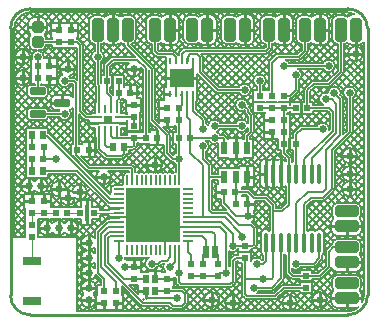
<source format=gtl>
G04*
G04 #@! TF.GenerationSoftware,Altium Limited,Altium Designer,21.3.2 (30)*
G04*
G04 Layer_Physical_Order=1*
G04 Layer_Color=255*
%FSLAX25Y25*%
%MOIN*%
G70*
G04*
G04 #@! TF.SameCoordinates,A236C9B4-8AE0-4B67-9D85-2998E959901C*
G04*
G04*
G04 #@! TF.FilePolarity,Positive*
G04*
G01*
G75*
%ADD10C,0.01000*%
%ADD11C,0.00400*%
%ADD15C,0.00600*%
%ADD19R,0.05906X0.02913*%
%ADD20R,0.01968X0.02362*%
%ADD21R,0.02362X0.01968*%
%ADD22R,0.01968X0.02756*%
%ADD23R,0.02756X0.00984*%
%ADD24R,0.02756X0.02756*%
%ADD25R,0.00984X0.02756*%
%ADD26R,0.02362X0.02362*%
%ADD28R,0.02362X0.02362*%
G04:AMPARAMS|DCode=29|XSize=51.18mil|YSize=23.62mil|CornerRadius=2.01mil|HoleSize=0mil|Usage=FLASHONLY|Rotation=0.000|XOffset=0mil|YOffset=0mil|HoleType=Round|Shape=RoundedRectangle|*
%AMROUNDEDRECTD29*
21,1,0.05118,0.01961,0,0,0.0*
21,1,0.04717,0.02362,0,0,0.0*
1,1,0.00402,0.02358,-0.00980*
1,1,0.00402,-0.02358,-0.00980*
1,1,0.00402,-0.02358,0.00980*
1,1,0.00402,0.02358,0.00980*
%
%ADD29ROUNDEDRECTD29*%
%ADD30R,0.18110X0.18110*%
%ADD31O,0.00787X0.03740*%
%ADD32O,0.03740X0.00787*%
%ADD33R,0.01181X0.05709*%
%ADD34R,0.02362X0.04331*%
%ADD35O,0.01378X0.07284*%
%ADD36R,0.02362X0.02756*%
%ADD60R,0.00984X0.02362*%
%ADD61R,0.07874X0.06299*%
%ADD62R,0.02264X0.04488*%
G04:AMPARAMS|DCode=63|XSize=39.37mil|YSize=78.74mil|CornerRadius=9.84mil|HoleSize=0mil|Usage=FLASHONLY|Rotation=270.000|XOffset=0mil|YOffset=0mil|HoleType=Round|Shape=RoundedRectangle|*
%AMROUNDEDRECTD63*
21,1,0.03937,0.05906,0,0,270.0*
21,1,0.01968,0.07874,0,0,270.0*
1,1,0.01968,-0.02953,-0.00984*
1,1,0.01968,-0.02953,0.00984*
1,1,0.01968,0.02953,0.00984*
1,1,0.01968,0.02953,-0.00984*
%
%ADD63ROUNDEDRECTD63*%
G04:AMPARAMS|DCode=64|XSize=39.37mil|YSize=78.74mil|CornerRadius=9.84mil|HoleSize=0mil|Usage=FLASHONLY|Rotation=180.000|XOffset=0mil|YOffset=0mil|HoleType=Round|Shape=RoundedRectangle|*
%AMROUNDEDRECTD64*
21,1,0.03937,0.05906,0,0,180.0*
21,1,0.01968,0.07874,0,0,180.0*
1,1,0.01968,-0.00984,0.02953*
1,1,0.01968,0.00984,0.02953*
1,1,0.01968,0.00984,-0.02953*
1,1,0.01968,-0.00984,-0.02953*
%
%ADD64ROUNDEDRECTD64*%
G04:AMPARAMS|DCode=65|XSize=39.37mil|YSize=39.37mil|CornerRadius=9.84mil|HoleSize=0mil|Usage=FLASHONLY|Rotation=90.000|XOffset=0mil|YOffset=0mil|HoleType=Round|Shape=RoundedRectangle|*
%AMROUNDEDRECTD65*
21,1,0.03937,0.01968,0,0,90.0*
21,1,0.01968,0.03937,0,0,90.0*
1,1,0.01968,0.00984,0.00984*
1,1,0.01968,0.00984,-0.00984*
1,1,0.01968,-0.00984,-0.00984*
1,1,0.01968,-0.00984,0.00984*
%
%ADD65ROUNDEDRECTD65*%
%ADD66C,0.02500*%
D10*
X115000Y90063D02*
Y95000D01*
X103000D02*
Y99937D01*
Y95000D02*
X105968D01*
X115000Y87000D02*
X117250D01*
X115000D02*
Y89250D01*
Y84750D02*
Y87000D01*
X112750D02*
X115000D01*
X103000Y90063D02*
Y95000D01*
X91000D02*
X93968D01*
X113000Y53000D02*
X115250D01*
X113000D02*
Y55250D01*
X110750Y53000D02*
X113000D01*
X91000Y95000D02*
Y99937D01*
Y90063D02*
Y95000D01*
X78000D02*
X80968D01*
X78000D02*
Y99937D01*
Y90063D02*
Y95000D01*
X65500Y90063D02*
Y95000D01*
X68468D01*
X65500D02*
Y99937D01*
X84882Y65000D02*
X87063D01*
X84882Y61000D02*
X87063D01*
Y58819D02*
Y61000D01*
X75000Y55449D02*
Y58614D01*
X113000Y47000D02*
X115250D01*
X110750D02*
X113000D01*
Y50750D02*
Y53000D01*
Y44750D02*
Y47000D01*
Y49250D01*
Y42000D02*
Y44250D01*
Y42000D02*
X115250D01*
X110750D02*
X113000D01*
Y39750D02*
Y42000D01*
X112000Y29500D02*
X116937D01*
X112000Y26531D02*
Y29500D01*
X107063D02*
X112000D01*
Y17500D02*
X116937D01*
X112000Y14532D02*
Y17500D01*
Y2531D02*
Y5500D01*
X107063D02*
X112000D01*
X116937D01*
X103000Y2750D02*
Y5000D01*
Y7250D01*
Y5000D02*
X105250D01*
X100750D02*
X103000D01*
X93000Y1750D02*
Y4000D01*
X95250D01*
X93000D02*
Y6250D01*
X90750Y4000D02*
X93000D01*
X90118Y47032D02*
Y51673D01*
X87559Y42390D02*
Y47032D01*
Y51673D01*
X90118Y42390D02*
Y47032D01*
X85000D02*
Y51673D01*
X83311Y47032D02*
X85000D01*
Y42390D02*
Y47032D01*
X78740Y46000D02*
Y49165D01*
Y46000D02*
X80921D01*
X78740Y42835D02*
Y46000D01*
X78969Y37000D02*
X81150D01*
X78969D02*
Y39181D01*
X79000Y33000D02*
X81250D01*
X75000Y52284D02*
Y55449D01*
X68850Y41000D02*
X71031D01*
X74000Y4000D02*
Y6250D01*
Y4000D02*
X76250D01*
X74000Y1750D02*
Y4000D01*
X71750D02*
X74000D01*
X67000Y5000D02*
Y7250D01*
Y5000D02*
X69250D01*
X67000Y2750D02*
Y5000D01*
X64750D02*
X67000D01*
X53000Y95000D02*
Y99937D01*
Y95000D02*
X55968D01*
X53000Y90063D02*
Y95000D01*
X34000Y90063D02*
Y95000D01*
Y99937D01*
X52063Y79000D02*
X57000D01*
X61937D01*
X51571Y73488D02*
X53063D01*
X49882Y69000D02*
X52063D01*
Y62819D02*
Y65000D01*
X49882D02*
X52063D01*
X41000Y82000D02*
X43250D01*
X41000Y79750D02*
Y82000D01*
X38750D02*
X41000D01*
X39937Y74000D02*
X41921D01*
X39937D02*
Y76181D01*
X41000Y69937D02*
X43181D01*
X38819D02*
X41000D01*
X36087Y64031D02*
X38465D01*
X26622D02*
X29000D01*
X20000Y94937D02*
Y97118D01*
Y94937D02*
X22181D01*
X16000D02*
Y97118D01*
X13819Y94937D02*
X16000D01*
X19000Y82000D02*
Y84250D01*
X16750Y82000D02*
X19000D01*
X21250D01*
X9000Y96000D02*
X11969D01*
X9000D02*
Y98968D01*
X6032Y96000D02*
X9000D01*
X12937Y83000D02*
X15118D01*
X12937D02*
Y85181D01*
X4000Y86000D02*
Y88250D01*
Y86000D02*
X6250D01*
X1750D02*
X4000D01*
Y83750D02*
Y86000D01*
X17268Y70740D02*
Y72921D01*
X13709Y70740D02*
X17268D01*
X12937Y76819D02*
Y79000D01*
X15118D01*
X4000D02*
X6250D01*
X4000Y76750D02*
Y79000D01*
X1750D02*
X4000D01*
Y81250D01*
X48937Y59000D02*
Y61181D01*
Y56819D02*
Y59000D01*
X48000Y50000D02*
X50250D01*
X48000D02*
Y52250D01*
X45750Y50000D02*
X48000D01*
Y47750D02*
Y50000D01*
X28750Y46000D02*
X31000D01*
X33250D01*
X33130Y35575D02*
X36000D01*
X31000Y43750D02*
Y46000D01*
X52000Y11937D02*
X54181D01*
X48150Y12000D02*
Y14378D01*
X45000Y5685D02*
Y8063D01*
X41000Y15937D02*
X43181D01*
X41000D02*
Y18118D01*
X42819Y8063D02*
X45000D01*
X33130Y32425D02*
X36000D01*
X35000Y4063D02*
X37181D01*
X35000Y1882D02*
Y4063D01*
X31000Y1882D02*
Y4063D01*
X28819D02*
X31000D01*
X26000Y55000D02*
X27984D01*
X26000Y52819D02*
Y55000D01*
Y57181D01*
X23000Y41000D02*
X25250D01*
X20750D02*
X23000D01*
Y38750D02*
Y41000D01*
Y43250D01*
X16000Y42000D02*
Y44250D01*
X19000Y39000D02*
Y41250D01*
Y39000D02*
X21250D01*
X19000Y36750D02*
Y39000D01*
X16000Y42000D02*
X18250D01*
X16000Y39750D02*
Y42000D01*
X16750Y39000D02*
X19000D01*
X13750Y42000D02*
X16000D01*
X10000Y43000D02*
X12250D01*
X10000D02*
Y45250D01*
Y40750D02*
Y43000D01*
X11000Y37937D02*
Y40118D01*
X6000Y43000D02*
Y45250D01*
Y40750D02*
Y43000D01*
X3750D02*
X6000D01*
X7000Y37937D02*
Y40118D01*
X26000Y21750D02*
Y24000D01*
Y26250D01*
Y19000D02*
Y21250D01*
X25411Y34000D02*
Y37854D01*
Y30146D02*
Y34000D01*
X23750Y24000D02*
X26000D01*
X23750Y19000D02*
X26000D01*
Y16750D02*
Y19000D01*
Y9000D02*
Y11250D01*
X23750Y9000D02*
X26000D01*
X28250D01*
X26000Y5000D02*
X28250D01*
X23750D02*
X26000D01*
Y2750D02*
Y5000D01*
Y14000D02*
Y16250D01*
Y11750D02*
Y14000D01*
X23750D02*
X26000D01*
X11000Y37937D02*
X13181D01*
X4819D02*
X7000D01*
X16000Y29000D02*
Y31250D01*
X20000Y26750D02*
Y29000D01*
X22250D01*
X20000D02*
Y31250D01*
X16000Y26750D02*
Y29000D01*
X12000D02*
Y31250D01*
X9750Y29000D02*
X12000D01*
Y26750D02*
Y29000D01*
X6449Y102000D02*
G03*
X0Y95551I0J-6449D01*
G01*
X119000D02*
G03*
X112550Y102000I-6449J0D01*
G01*
Y0D02*
G03*
X119000Y6449I0J6449D01*
G01*
X0D02*
G03*
X6449Y0I6449J0D01*
G01*
X112550D01*
X119000Y6449D02*
Y95551D01*
X6449Y102000D02*
X112550D01*
X0Y6449D02*
Y95551D01*
D11*
X27823Y34000D02*
X36000D01*
X18937D02*
X23000D01*
X11000D02*
X15000D01*
X7000D02*
X11000D01*
X7000Y29937D02*
Y34000D01*
Y18000D02*
Y26000D01*
D15*
X114625Y100237D02*
G03*
X112172Y100800I-2454J-5065D01*
G01*
X114016Y100237D02*
G03*
X112225Y99371I0J-2284D01*
G01*
D02*
G03*
X110984Y99837I-1241J-1418D01*
G01*
X109016D02*
G03*
X107132Y97953I0J-1884D01*
G01*
X115984Y89763D02*
G03*
X117800Y90661I0J2284D01*
G01*
X112225Y90629D02*
G03*
X114016Y89763I1791J1418D01*
G01*
X111000Y90163D02*
G03*
X112225Y90629I-16J1884D01*
G01*
X106269Y97953D02*
G03*
X103984Y100237I-2284J0D01*
G01*
X107132Y92047D02*
G03*
X109000Y90163I1884J0D01*
G01*
X103984Y89763D02*
G03*
X106269Y92047I0J2284D01*
G01*
X117550Y87000D02*
G03*
X117550Y87000I-2550J0D01*
G01*
X108150Y83000D02*
G03*
X104097Y84000I-2150J0D01*
G01*
X110707Y80293D02*
G03*
X111000Y81000I-707J707D01*
G01*
X110707Y80293D02*
G03*
X111000Y81000I-707J707D01*
G01*
X104097Y82000D02*
G03*
X108150Y83000I1903J1000D01*
G01*
X102016Y100237D02*
G03*
X100225Y99371I0J-2284D01*
G01*
X97016Y99837D02*
G03*
X95131Y97953I0J-1884D01*
G01*
X100225Y90629D02*
G03*
X102016Y89763I1791J1418D01*
G01*
X99000Y90163D02*
G03*
X100225Y90629I-16J1884D01*
G01*
Y99371D02*
G03*
X98984Y99837I-1241J-1418D01*
G01*
X94269Y97953D02*
G03*
X91984Y100237I-2284J0D01*
G01*
X95131Y92047D02*
G03*
X97000Y90163I1884J0D01*
G01*
X91984Y89763D02*
G03*
X94269Y92047I0J2284D01*
G01*
X98707Y87293D02*
G03*
X99000Y88000I-707J707D01*
G01*
X98707Y87293D02*
G03*
X99000Y88000I-707J707D01*
G01*
X96000Y85000D02*
G03*
X96707Y85293I0J1000D01*
G01*
X96000Y85000D02*
G03*
X96707Y85293I0J1000D01*
G01*
X96000Y78097D02*
G03*
X97150Y80000I-1000J1903D01*
G01*
D02*
G03*
X95789Y82000I-2150J0D01*
G01*
X92903Y84000D02*
G03*
X91789Y85000I-1903J-1000D01*
G01*
X114000Y72097D02*
G03*
X115150Y74000I-1000J1903D01*
G01*
D02*
G03*
X112000Y72097I-2150J0D01*
G01*
X110800Y72086D02*
G03*
X110507Y72793I-1000J0D01*
G01*
X110800Y72086D02*
G03*
X110507Y72793I-1000J0D01*
G01*
X106000Y76000D02*
G03*
X106707Y76293I0J1000D01*
G01*
X106000Y76000D02*
G03*
X106707Y76293I0J1000D01*
G01*
X110036Y74000D02*
G03*
X105736Y74020I-2150J0D01*
G01*
D02*
G03*
X104211Y70000I-736J-2020D01*
G01*
X109939Y73361D02*
G03*
X110036Y74000I-2053J639D01*
G01*
X113707Y60293D02*
G03*
X114000Y61000I-707J707D01*
G01*
X113707Y60293D02*
G03*
X114000Y61000I-707J707D01*
G01*
X106150Y62000D02*
G03*
X102097Y63000I-2150J0D01*
G01*
X106093Y61507D02*
G03*
X106150Y62000I-2093J493D01*
G01*
X101000Y78000D02*
G03*
X100293Y77707I0J-1000D01*
G01*
X101000Y78000D02*
G03*
X100293Y77707I0J-1000D01*
G01*
X98230Y75644D02*
G03*
X97937Y74937I707J-707D01*
G01*
X98230Y75644D02*
G03*
X97937Y74937I707J-707D01*
G01*
X95707Y74293D02*
G03*
X96000Y75000I-707J707D01*
G01*
X95707Y74293D02*
G03*
X96000Y75000I-707J707D01*
G01*
X93081Y72003D02*
G03*
X93707Y72293I-81J997D01*
G01*
X93081Y72003D02*
G03*
X93707Y72293I-81J997D01*
G01*
X97000Y63000D02*
G03*
X96293Y62707I0J-1000D01*
G01*
X97000Y63000D02*
G03*
X96293Y62707I0J-1000D01*
G01*
X94529Y60943D02*
G03*
X94236Y60236I707J-707D01*
G01*
X94529Y60943D02*
G03*
X94236Y60236I707J-707D01*
G01*
X90016Y100237D02*
G03*
X88225Y99371I0J-2284D01*
G01*
X85016Y99837D02*
G03*
X83131Y97953I0J-1884D01*
G01*
X88225Y99371D02*
G03*
X86984Y99837I-1241J-1418D01*
G01*
X83131Y92047D02*
G03*
X85000Y90163I1884J0D01*
G01*
X87000D02*
G03*
X88225Y90629I-16J1884D01*
G01*
X77016Y100237D02*
G03*
X75225Y99371I0J-2284D01*
G01*
X81269Y97953D02*
G03*
X78984Y100237I-2284J0D01*
G01*
X73984Y90163D02*
G03*
X75225Y90629I0J1884D01*
G01*
D02*
G03*
X77016Y89763I1791J1418D01*
G01*
X88225Y90629D02*
G03*
X90016Y89763I1791J1418D01*
G01*
X86707Y88293D02*
G03*
X87000Y89000I-707J707D01*
G01*
X86707Y88293D02*
G03*
X87000Y89000I-707J707D01*
G01*
X89000Y87000D02*
G03*
X88293Y86707I0J-1000D01*
G01*
X89000Y87000D02*
G03*
X88293Y86707I0J-1000D01*
G01*
X86293Y84707D02*
G03*
X86000Y84000I707J-707D01*
G01*
X86293Y84707D02*
G03*
X86000Y84000I707J-707D01*
G01*
X78984Y89763D02*
G03*
X81269Y92047I0J2284D01*
G01*
X85000Y87000D02*
G03*
X85707Y87293I0J1000D01*
G01*
X85000Y87000D02*
G03*
X85707Y87293I0J1000D01*
G01*
X75225Y99371D02*
G03*
X73984Y99837I-1241J-1418D01*
G01*
X72016D02*
G03*
X70131Y97953I0J-1884D01*
G01*
X68769D02*
G03*
X66484Y100237I-2284J0D01*
G01*
X70131Y92047D02*
G03*
X72016Y90163I1884J0D01*
G01*
X66484Y89763D02*
G03*
X68769Y92047I0J2284D01*
G01*
X64516Y100237D02*
G03*
X62725Y99371I0J-2284D01*
G01*
Y90629D02*
G03*
X64516Y89763I1791J1418D01*
G01*
X62725Y99371D02*
G03*
X61484Y99837I-1241J-1418D01*
G01*
Y90163D02*
G03*
X62725Y90629I0J1884D01*
G01*
X64000Y86000D02*
G03*
X63707Y86707I-1000J0D01*
G01*
X64000Y86000D02*
G03*
X63707Y86707I-1000J0D01*
G01*
X85150Y78000D02*
G03*
X82000Y76097I-2150J0D01*
G01*
X84000D02*
G03*
X85150Y78000I-1000J1903D01*
G01*
X80006Y68541D02*
G03*
X79713Y69248I-1000J0D01*
G01*
X81000Y66649D02*
G03*
X80707Y67356I-1000J0D01*
G01*
X81000Y66649D02*
G03*
X80707Y67356I-1000J0D01*
G01*
X80006Y68541D02*
G03*
X79713Y69248I-1000J0D01*
G01*
X78006Y67642D02*
G03*
X78299Y66935I1000J0D01*
G01*
X78006Y67642D02*
G03*
X78299Y66935I1000J0D01*
G01*
X90000Y54000D02*
G03*
X90293Y53293I1000J0D01*
G01*
X90000Y54000D02*
G03*
X90293Y53293I1000J0D01*
G01*
X80707Y60293D02*
G03*
X81000Y61000I-707J707D01*
G01*
X80707Y60293D02*
G03*
X81000Y61000I-707J707D01*
G01*
X78033Y60447D02*
G03*
X77740Y59740I707J-707D01*
G01*
X78033Y60447D02*
G03*
X77740Y59740I707J-707D01*
G01*
X80150Y75000D02*
G03*
X76097Y76000I-2150J0D01*
G01*
Y74000D02*
G03*
X80150Y75000I1903J1000D01*
G01*
X79150Y70000D02*
G03*
X78006Y68100I-2150J0D01*
G01*
X68293Y74293D02*
G03*
X69000Y74000I707J707D01*
G01*
X68293Y74293D02*
G03*
X69000Y74000I707J707D01*
G01*
X65000Y65000D02*
G03*
X64707Y65707I-1000J0D01*
G01*
X65000Y65000D02*
G03*
X64707Y65707I-1000J0D01*
G01*
X79000Y63789D02*
G03*
X75097Y64000I-2000J-789D01*
G01*
Y62000D02*
G03*
X79000Y62211I1903J1000D01*
G01*
X72260Y58649D02*
G03*
X71967Y59356I-1000J0D01*
G01*
X72260Y58649D02*
G03*
X71967Y59356I-1000J0D01*
G01*
X69903Y60000D02*
G03*
X68789Y61000I-1903J-1000D01*
G01*
D02*
G03*
X69903Y62000I-789J2000D01*
G01*
X71615Y59707D02*
G03*
X70908Y60000I-707J-707D01*
G01*
X71615Y59707D02*
G03*
X70908Y60000I-707J-707D01*
G01*
X69903Y64000D02*
G03*
X65852Y63092I-1903J-1000D01*
G01*
D02*
G03*
X65000Y63903I-1852J-1092D01*
G01*
X66097Y58000D02*
G03*
X69179Y57202I1903J1000D01*
G01*
X66150Y56130D02*
G03*
X65061Y58000I-2150J0D01*
G01*
X65000Y54227D02*
G03*
X66150Y56130I-1000J1903D01*
G01*
X115550Y53000D02*
G03*
X115550Y53000I-2550J0D01*
G01*
Y47000D02*
G03*
X112497Y44500I-2550J0D01*
G01*
X115550Y42000D02*
G03*
X113503Y44500I-2550J0D01*
G01*
D02*
G03*
X115550Y47000I-502J2500D01*
G01*
X112497Y44500D02*
G03*
X115550Y42000I502J-2500D01*
G01*
X117237Y30484D02*
G03*
X116371Y32275I-2284J0D01*
G01*
X117237Y18484D02*
G03*
X116371Y20275I-2284J0D01*
G01*
Y32275D02*
G03*
X116837Y33516I-1418J1241D01*
G01*
Y35484D02*
G03*
X114953Y37369I-1884J0D01*
G01*
Y26232D02*
G03*
X117237Y28516I0J2284D01*
G01*
X116837Y23484D02*
G03*
X114953Y25368I-1884J0D01*
G01*
X116371Y20275D02*
G03*
X116837Y21516I-1418J1241D01*
G01*
X107707Y41293D02*
G03*
X108000Y42000I-707J707D01*
G01*
X107707Y41293D02*
G03*
X108000Y42000I-707J707D01*
G01*
X104000Y38000D02*
G03*
X104707Y38293I0J1000D01*
G01*
X109047Y37369D02*
G03*
X107163Y35484I0J-1884D01*
G01*
X104000Y38000D02*
G03*
X104707Y38293I0J1000D01*
G01*
X107163Y33516D02*
G03*
X107629Y32275I1884J0D01*
G01*
X93677Y52323D02*
G03*
X93384Y53030I-1000J0D01*
G01*
X93957Y50926D02*
G03*
X93677Y51219I-1280J-942D01*
G01*
Y52323D02*
G03*
X93384Y53030I-1000J0D01*
G01*
X91677Y51219D02*
G03*
X88839Y51507I-1559J-1235D01*
G01*
X94236Y51219D02*
G03*
X93957Y50926I1000J-1235D01*
G01*
X88839Y42556D02*
G03*
X91677Y42844I1280J1523D01*
G01*
X107629Y32275D02*
G03*
X106763Y30484I1418J-1791D01*
G01*
X109047Y25368D02*
G03*
X107163Y23484I0J-1884D01*
G01*
X106763Y28516D02*
G03*
X109047Y26232I2284J0D01*
G01*
X107163Y23441D02*
G03*
X106793Y23207I337J-941D01*
G01*
X107163Y23441D02*
G03*
X106793Y23207I337J-941D01*
G01*
X104502Y26953D02*
G03*
X101634Y27895I-1589J0D01*
G01*
D02*
G03*
X99075Y27895I-1280J-942D01*
G01*
X105293Y21707D02*
G03*
X105000Y21000I707J-707D01*
G01*
X99075Y27895D02*
G03*
X98795Y28188I-1280J-942D01*
G01*
X105293Y21707D02*
G03*
X105000Y21000I707J-707D01*
G01*
X103913Y19812D02*
G03*
X104502Y21047I-1000J1235D01*
G01*
X91398Y20105D02*
G03*
X91677Y19812I1280J942D01*
G01*
X103621Y18206D02*
G03*
X103913Y18913I-707J707D01*
G01*
X114953Y14232D02*
G03*
X117237Y16516I0J2284D01*
G01*
X116837Y11484D02*
G03*
X114953Y13368I-1884J0D01*
G01*
X106707Y15293D02*
G03*
X106935Y15646I-707J707D01*
G01*
X103621Y18206D02*
G03*
X103913Y18913I-707J707D01*
G01*
X106707Y15293D02*
G03*
X106935Y15646I-707J707D01*
G01*
D02*
G03*
X109047Y14232I2112J870D01*
G01*
Y13368D02*
G03*
X107163Y11484I0J-1884D01*
G01*
X103000Y12000D02*
G03*
X103707Y12293I0J1000D01*
G01*
X103000Y12000D02*
G03*
X103707Y12293I0J1000D01*
G01*
X117165Y3947D02*
G03*
X117800Y6449I-4614J2503D01*
G01*
X117237Y6484D02*
G03*
X116371Y8275I-2284J0D01*
G01*
D02*
G03*
X116837Y9516I-1418J1241D01*
G01*
X117165Y3947D02*
G03*
X117237Y4516I-2212J569D01*
G01*
X114953Y2231D02*
G03*
X115981Y2476I0J2284D01*
G01*
X112550Y1200D02*
G03*
X115981Y2476I0J5249D01*
G01*
X107163Y9516D02*
G03*
X107629Y8275I1884J0D01*
G01*
D02*
G03*
X106763Y6484I1418J-1791D01*
G01*
Y4516D02*
G03*
X109047Y2231I2284J0D01*
G01*
X101000Y16000D02*
G03*
X101707Y16293I0J1000D01*
G01*
X101000Y16000D02*
G03*
X101707Y16293I0J1000D01*
G01*
X93677Y15305D02*
G03*
X96903Y16000I1323J1695D01*
G01*
X93293Y12293D02*
G03*
X94000Y12000I707J707D01*
G01*
X93293Y12293D02*
G03*
X94000Y12000I707J707D01*
G01*
X91677Y14323D02*
G03*
X91970Y13616I1000J0D01*
G01*
X91677Y14323D02*
G03*
X91970Y13616I1000J0D01*
G01*
X105550Y5000D02*
G03*
X105550Y5000I-2550J0D01*
G01*
X95550Y4000D02*
G03*
X95550Y4000I-2550J0D01*
G01*
X88839Y51507D02*
G03*
X86279Y51507I-1280J-1523D01*
G01*
D02*
G03*
X83011Y49984I-1280J-1523D01*
G01*
X86279Y42556D02*
G03*
X88839Y42556I1280J1523D01*
G01*
X83011Y44079D02*
G03*
X86279Y42556I1989J0D01*
G01*
X79707Y41707D02*
G03*
X79000Y42000I-707J-707D01*
G01*
X79707Y41707D02*
G03*
X79000Y42000I-707J-707D01*
G01*
X88559Y36441D02*
G03*
X88266Y37148I-1000J0D01*
G01*
X88559Y36441D02*
G03*
X88266Y37148I-1000J0D01*
G01*
X85707Y39707D02*
G03*
X85000Y40000I-707J-707D01*
G01*
X85707Y39707D02*
G03*
X85000Y40000I-707J-707D01*
G01*
X81550Y33000D02*
G03*
X81048Y34519I-2550J0D01*
G01*
X67000Y50000D02*
G03*
X66707Y50707I-1000J0D01*
G01*
X67000Y50000D02*
G03*
X66707Y50707I-1000J0D01*
G01*
X70031Y37168D02*
G03*
X70324Y36461I1000J0D01*
G01*
X70031Y37168D02*
G03*
X70324Y36461I1000J0D01*
G01*
X86559Y28188D02*
G03*
X86279Y27895I1000J-1235D01*
G01*
D02*
G03*
X83411Y26953I-1280J-942D01*
G01*
X91118Y19812D02*
G03*
X91398Y20105I-1000J1235D01*
G01*
X83411Y21047D02*
G03*
X84000Y19812I1589J0D01*
G01*
X83785Y18199D02*
G03*
X80081Y17970I-1785J-1199D01*
G01*
X82000Y29000D02*
G03*
X81707Y29707I-1000J0D01*
G01*
X82000Y29000D02*
G03*
X81707Y29707I-1000J0D01*
G01*
Y22644D02*
G03*
X82000Y23351I-707J707D01*
G01*
X81707Y22644D02*
G03*
X82000Y23351I-707J707D01*
G01*
X80442Y30897D02*
G03*
X81550Y33000I-1442J2103D01*
G01*
X80707Y30707D02*
G03*
X80442Y30897I-707J-707D01*
G01*
X80707Y30707D02*
G03*
X80442Y30897I-707J-707D01*
G01*
X80648Y22000D02*
G03*
X81356Y22293I0J1000D01*
G01*
X80648Y22000D02*
G03*
X81356Y22293I0J1000D01*
G01*
X90825Y11411D02*
G03*
X91118Y12118I-707J707D01*
G01*
X90825Y11411D02*
G03*
X91118Y12118I-707J707D01*
G01*
X91000Y10000D02*
G03*
X90293Y9707I0J-1000D01*
G01*
X91000Y10000D02*
G03*
X90293Y9707I0J-1000D01*
G01*
X87000Y8000D02*
G03*
X87707Y8293I0J1000D01*
G01*
X88248Y5249D02*
G03*
X88956Y5541I0J1000D01*
G01*
X88248Y5249D02*
G03*
X88956Y5541I0J1000D01*
G01*
X87000Y8000D02*
G03*
X87707Y8293I0J1000D01*
G01*
X82247Y7248D02*
G03*
X82903Y8000I-1247J1751D01*
G01*
X78044Y5541D02*
G03*
X78751Y5249I707J707D01*
G01*
X77000Y7000D02*
G03*
X77293Y6293I1000J0D01*
G01*
X78044Y5541D02*
G03*
X78751Y5249I707J707D01*
G01*
X72839Y21191D02*
G03*
X75903Y22000I1161J1809D01*
G01*
X75032Y20031D02*
G03*
X74324Y19739I0J-1000D01*
G01*
X75032Y20031D02*
G03*
X74324Y19739I0J-1000D01*
G01*
X73293Y18707D02*
G03*
X73000Y18000I707J-707D01*
G01*
X73293Y18707D02*
G03*
X73000Y18000I707J-707D01*
G01*
X74707Y10293D02*
G03*
X75000Y11000I-707J707D01*
G01*
X74707Y10293D02*
G03*
X75000Y11000I-707J707D01*
G01*
X73248Y9249D02*
G03*
X73956Y9541I0J1000D01*
G01*
X73248Y9249D02*
G03*
X73956Y9541I0J1000D01*
G01*
X77000Y7000D02*
G03*
X77293Y6293I1000J0D01*
G01*
X76550Y4000D02*
G03*
X76550Y4000I-2550J0D01*
G01*
X69550Y5000D02*
G03*
X69550Y5000I-2550J0D01*
G01*
X59516Y99837D02*
G03*
X57631Y97953I0J-1884D01*
G01*
X56269D02*
G03*
X53984Y100237I-2284J0D01*
G01*
X57631Y92047D02*
G03*
X59516Y90163I1884J0D01*
G01*
X53984Y89763D02*
G03*
X56269Y92047I0J2284D01*
G01*
X52016Y100237D02*
G03*
X50225Y99371I0J-2284D01*
G01*
X49000Y90163D02*
G03*
X50225Y90629I-16J1884D01*
G01*
Y99371D02*
G03*
X48984Y99837I-1241J-1418D01*
G01*
X50225Y90629D02*
G03*
X52016Y89763I1791J1418D01*
G01*
X47016Y99837D02*
G03*
X45131Y97953I0J-1884D01*
G01*
Y92047D02*
G03*
X47000Y90163I1884J0D01*
G01*
X58000Y89000D02*
G03*
X57293Y88707I0J-1000D01*
G01*
X58000Y89000D02*
G03*
X57293Y88707I0J-1000D01*
G01*
X56293Y87707D02*
G03*
X56000Y87000I707J-707D01*
G01*
X56293Y87707D02*
G03*
X56000Y87000I707J-707D01*
G01*
X54707Y87707D02*
G03*
X54000Y88000I-707J-707D01*
G01*
X54707Y87707D02*
G03*
X54000Y88000I-707J-707D01*
G01*
X47000D02*
G03*
X47293Y87293I1000J0D01*
G01*
X47000Y88000D02*
G03*
X47293Y87293I1000J0D01*
G01*
X48293Y86293D02*
G03*
X49000Y86000I707J707D01*
G01*
X48293Y86293D02*
G03*
X49000Y86000I707J707D01*
G01*
X41868Y97953D02*
G03*
X39984Y99837I-1884J0D01*
G01*
X38016D02*
G03*
X36775Y99371I0J-1884D01*
G01*
X40235Y90180D02*
G03*
X41868Y92047I-250J1867D01*
G01*
X36775Y90629D02*
G03*
X38000Y90163I1241J1418D01*
G01*
Y90000D02*
G03*
X38293Y89293I1000J0D01*
G01*
X38000Y90000D02*
G03*
X38293Y89293I1000J0D01*
G01*
X33016Y100237D02*
G03*
X31225Y99371I0J-2284D01*
G01*
X36775D02*
G03*
X34984Y100237I-1791J-1418D01*
G01*
Y89763D02*
G03*
X36775Y90629I0J2284D01*
G01*
X31225Y99371D02*
G03*
X29984Y99837I-1241J-1418D01*
G01*
X31225Y90629D02*
G03*
X33016Y89763I1791J1418D01*
G01*
X30000Y90163D02*
G03*
X31225Y90629I-16J1884D01*
G01*
X39418Y84000D02*
G03*
X43550Y82000I1582J-2000D01*
G01*
X31150Y86000D02*
G03*
X30000Y87903I-2150J0D01*
G01*
X34000Y86000D02*
G03*
X33293Y85707I0J-1000D01*
G01*
X30000Y84097D02*
G03*
X31150Y86000I-1000J1903D01*
G01*
X34000D02*
G03*
X33293Y85707I0J-1000D01*
G01*
X31293Y83707D02*
G03*
X31000Y83000I707J-707D01*
G01*
X31293Y83707D02*
G03*
X31000Y83000I707J-707D01*
G01*
X48000Y82000D02*
G03*
X47707Y82707I-1000J0D01*
G01*
X48000Y82000D02*
G03*
X47707Y82707I-1000J0D01*
G01*
X43550Y82000D02*
G03*
X43524Y82365I-2550J0D01*
G01*
X53000Y60000D02*
G03*
X52707Y60707I-1000J0D01*
G01*
X53000Y60000D02*
G03*
X52707Y60707I-1000J0D01*
G01*
X46000Y65000D02*
G03*
X46293Y64293I1000J0D01*
G01*
X46000Y65000D02*
G03*
X46293Y64293I1000J0D01*
G01*
X36707Y71293D02*
G03*
X36997Y71919I-707J707D01*
G01*
X36707Y71293D02*
G03*
X36997Y71919I-707J707D01*
G01*
X28016Y99837D02*
G03*
X26131Y97953I0J-1884D01*
G01*
Y92047D02*
G03*
X28000Y90163I1884J0D01*
G01*
X22707Y91707D02*
G03*
X22081Y91997I-707J-707D01*
G01*
X22707Y91707D02*
G03*
X22081Y91997I-707J-707D01*
G01*
X24000Y90000D02*
G03*
X23707Y90707I-1000J0D01*
G01*
X24000Y90000D02*
G03*
X23707Y90707I-1000J0D01*
G01*
X28000Y87903D02*
G03*
X28000Y84097I1000J-1903D01*
G01*
X19534Y79506D02*
G03*
X21550Y82000I-534J2493D01*
G01*
D02*
G03*
X17356Y80051I-2550J0D01*
G01*
X12269Y96984D02*
G03*
X9984Y99269I-2284J0D01*
G01*
X11402Y93225D02*
G03*
X12269Y95016I-1418J1791D01*
G01*
X11868Y92000D02*
G03*
X11402Y93225I-1884J-16D01*
G01*
X8016Y99269D02*
G03*
X5731Y96984I0J-2284D01*
G01*
X6828Y100800D02*
G03*
X1200Y95172I0J-5628D01*
G01*
X5731Y95016D02*
G03*
X6598Y93225I2284J0D01*
G01*
D02*
G03*
X6132Y91984I1418J-1241D01*
G01*
X9984Y88131D02*
G03*
X11868Y90000I0J1884D01*
G01*
X6132Y90016D02*
G03*
X8016Y88131I1884J0D01*
G01*
X11086Y85481D02*
G03*
X11150Y86000I-2086J519D01*
G01*
D02*
G03*
X9281Y88131I-2150J0D01*
G01*
X8719D02*
G03*
X7056Y85081I282J-2131D01*
G01*
X6550Y86000D02*
G03*
X6550Y86000I-2550J0D01*
G01*
Y79000D02*
G03*
X6550Y79000I-2550J0D01*
G01*
X21707Y78707D02*
G03*
X21000Y79000I-707J-707D01*
G01*
X21707Y78707D02*
G03*
X21000Y79000I-707J-707D01*
G01*
X28000Y77000D02*
G03*
X28293Y76293I1000J0D01*
G01*
X28000Y77000D02*
G03*
X28293Y76293I1000J0D01*
G01*
X20800Y72655D02*
G03*
X19626Y73221I-1174J-935D01*
G01*
X19903Y79000D02*
G03*
X19534Y79506I-1903J-1000D01*
G01*
X17356Y80051D02*
G03*
X19903Y77000I644J-2051D01*
G01*
X14909Y73221D02*
G03*
X13409Y71720I0J-1501D01*
G01*
X24293Y65293D02*
G03*
X25000Y65000I707J707D01*
G01*
X19740Y68263D02*
G03*
X20800Y68825I-114J1496D01*
G01*
X20150Y67000D02*
G03*
X19740Y68263I-2150J0D01*
G01*
X24293Y65293D02*
G03*
X25000Y65000I707J707D01*
G01*
X16097Y66000D02*
G03*
X20150Y67000I1903J1000D01*
G01*
X16257Y68259D02*
G03*
X16097Y68000I1743J-1259D01*
G01*
X12459Y75461D02*
G03*
X11661Y76519I-1101J0D01*
G01*
X11358Y72399D02*
G03*
X12459Y73500I0J1101D01*
G01*
X6642Y76561D02*
G03*
X5541Y75461I0J-1101D01*
G01*
Y73500D02*
G03*
X6642Y72399I1101J0D01*
G01*
X13409Y69760D02*
G03*
X14909Y68259I1501J0D01*
G01*
X11358Y64919D02*
G03*
X12459Y66000I0J1101D01*
G01*
Y68000D02*
G03*
X11358Y69081I-1101J-20D01*
G01*
X12980Y60434D02*
G03*
X12624Y60663I-707J-707D01*
G01*
X12980Y60434D02*
G03*
X12624Y60663I-707J-707D01*
G01*
X6642Y69081D02*
G03*
X5541Y67980I0J-1101D01*
G01*
Y66020D02*
G03*
X6642Y64919I1101J0D01*
G01*
X55000Y53903D02*
G03*
X54215Y53199I1000J-1903D01*
G01*
X53293Y51293D02*
G03*
X54000Y51000I707J707D01*
G01*
X53293Y51293D02*
G03*
X54000Y51000I707J707D01*
G01*
X51000Y54000D02*
G03*
X51293Y53293I1000J0D01*
G01*
X51000Y54000D02*
G03*
X51293Y53293I1000J0D01*
G01*
X41707Y55644D02*
G03*
X42000Y56352I-707J707D01*
G01*
X41707Y55644D02*
G03*
X42000Y56352I-707J707D01*
G01*
X40648Y55000D02*
G03*
X41356Y55293I0J1000D01*
G01*
X40648Y55000D02*
G03*
X41356Y55293I0J1000D01*
G01*
X54097Y51000D02*
G03*
X55240Y49989I1903J1000D01*
G01*
X50550Y50000D02*
G03*
X47816Y47457I-2550J0D01*
G01*
X52339Y47330D02*
G03*
X50764Y47330I-787J-1027D01*
G01*
X55240Y47479D02*
G03*
X53913Y47330I-539J-1176D01*
G01*
D02*
G03*
X52339Y47330I-787J-1027D01*
G01*
X48726Y47556D02*
G03*
X50550Y50000I-726J2444D01*
G01*
X50764Y47330D02*
G03*
X49189Y47330I-787J-1027D01*
G01*
D02*
G03*
X48726Y47556I-787J-1027D01*
G01*
X40707Y49707D02*
G03*
X40000Y50000I-707J-707D01*
G01*
X40707Y49707D02*
G03*
X40000Y50000I-707J-707D01*
G01*
X44465Y47330D02*
G03*
X42890Y47330I-787J-1027D01*
G01*
D02*
G03*
X41528Y47462I-787J-1027D01*
G01*
X47614Y47330D02*
G03*
X46039Y47330I-787J-1027D01*
G01*
X46039D02*
G03*
X44465Y47330I-787J-1027D01*
G01*
X41528Y48472D02*
G03*
X41235Y49180I-1000J0D01*
G01*
X41528Y48472D02*
G03*
X41235Y49180I-1000J0D01*
G01*
X38459Y53044D02*
G03*
X38751Y53722I-707J707D01*
G01*
X38459Y53044D02*
G03*
X38751Y53722I-707J707D01*
G01*
X37000Y52000D02*
G03*
X37707Y52293I0J1000D01*
G01*
X37000Y52000D02*
G03*
X37707Y52293I0J1000D01*
G01*
X39528Y47462D02*
G03*
X37659Y46303I-575J-1159D01*
G01*
X31293Y52293D02*
G03*
X32000Y52000I707J707D01*
G01*
X31293Y52293D02*
G03*
X32000Y52000I707J707D01*
G01*
X33550Y46000D02*
G03*
X32582Y48000I-2550J0D01*
G01*
X29418D02*
G03*
X29015Y44399I1582J-2000D01*
G01*
X29399Y44015D02*
G03*
X33550Y46000I1601J1985D01*
G01*
X34524Y43168D02*
G03*
X33497Y41087I0J-1294D01*
G01*
D02*
G03*
X33236Y40179I1027J-787D01*
G01*
X32930Y36150D02*
G03*
X32970Y34900I1593J-575D01*
G01*
X32970Y33100D02*
G03*
X32930Y31850I1553J-675D01*
G01*
X32143Y36443D02*
G03*
X32850Y36150I707J707D01*
G01*
X32143Y36443D02*
G03*
X32850Y36150I707J707D01*
G01*
X54481Y12478D02*
G03*
X55000Y12097I1519J1522D01*
G01*
X51097Y17000D02*
G03*
X51544Y14418I1903J-1000D01*
G01*
X56044Y9541D02*
G03*
X56752Y9249I707J707D01*
G01*
X55000Y11000D02*
G03*
X55293Y10293I1000J0D01*
G01*
X56044Y9541D02*
G03*
X56752Y9249I707J707D01*
G01*
X55000Y11000D02*
G03*
X55293Y10293I1000J0D01*
G01*
X44465Y19096D02*
G03*
X46039Y19096I787J1027D01*
G01*
X49000Y16000D02*
G03*
X49707Y16293I0J1000D01*
G01*
X46194Y18993D02*
G03*
X48903Y16000I805J-1993D01*
G01*
X49000D02*
G03*
X49707Y16293I0J1000D01*
G01*
X59000Y7000D02*
G03*
X58707Y7707I-1000J0D01*
G01*
X57707Y8707D02*
G03*
X57000Y9000I-707J-707D01*
G01*
X57707Y8707D02*
G03*
X57000Y9000I-707J-707D01*
G01*
X58707Y3293D02*
G03*
X59000Y4000I-707J707D01*
G01*
X58707Y3293D02*
G03*
X59000Y4000I-707J707D01*
G01*
Y7000D02*
G03*
X58707Y7707I-1000J0D01*
G01*
X57000Y2000D02*
G03*
X57707Y2293I0J1000D01*
G01*
X57000Y2000D02*
G03*
X57707Y2293I0J1000D01*
G01*
X53293D02*
G03*
X54000Y2000I707J707D01*
G01*
X53293Y2293D02*
G03*
X54000Y2000I707J707D01*
G01*
X41315Y19096D02*
G03*
X42890Y19096I787J1027D01*
G01*
D02*
G03*
X44465Y19096I787J1027D01*
G01*
X39740D02*
G03*
X41315Y19096I787J1027D01*
G01*
X38147Y19110D02*
G03*
X39740Y19096I806J1012D01*
G01*
X38102Y18548D02*
G03*
X38150Y19000I-2102J452D01*
G01*
X38809Y18418D02*
G03*
X38102Y18548I-809J-2418D01*
G01*
X32375Y31850D02*
G03*
X31668Y31558I0J-1000D01*
G01*
X32375Y31850D02*
G03*
X31668Y31558I0J-1000D01*
G01*
X43293Y3293D02*
G03*
X44000Y3000I707J707D01*
G01*
X43293Y3293D02*
G03*
X44000Y3000I707J707D01*
G01*
X28591Y55409D02*
G03*
X28883Y54702I1000J0D01*
G01*
X28591Y55409D02*
G03*
X28883Y54702I1000J0D01*
G01*
X20840Y52919D02*
G03*
X21093Y52493I960J281D01*
G01*
X20840Y52919D02*
G03*
X21093Y52493I960J281D01*
G01*
X25293Y48293D02*
G03*
X26000Y48000I707J707D01*
G01*
X25293Y48293D02*
G03*
X26000Y48000I707J707D01*
G01*
X25550Y41000D02*
G03*
X20452Y41096I-2550J0D01*
G01*
X21548Y38904D02*
G03*
X25550Y41000I1452J2096D01*
G01*
X20452Y41096D02*
G03*
X18501Y41501I-1452J-2096D01*
G01*
X18501Y41501D02*
G03*
X18550Y42000I-2501J499D01*
G01*
X16499Y39499D02*
G03*
X21548Y38904I2501J-499D01*
G01*
X12550Y43000D02*
G03*
X8000Y44582I-2550J0D01*
G01*
X18550Y42000D02*
G03*
X16499Y39499I-2550J0D01*
G01*
X8000Y41418D02*
G03*
X12550Y43000I2000J1582D01*
G01*
X8000Y44582D02*
G03*
X8000Y41418I-2000J-1582D01*
G01*
X28293Y28183D02*
G03*
X28000Y27476I707J-707D01*
G01*
X28293Y28183D02*
G03*
X28000Y27476I707J-707D01*
G01*
X26502Y21500D02*
G03*
X28000Y22418I-502J2500D01*
G01*
Y20582D02*
G03*
X26502Y21500I-2000J-1582D01*
G01*
Y16500D02*
G03*
X28000Y17418I-502J2500D01*
G01*
Y25582D02*
G03*
X25497Y21500I-2000J-1582D01*
G01*
D02*
G03*
X25497Y16500I502J-2500D01*
G01*
X26502Y11500D02*
G03*
X28412Y13173I-502J2500D01*
G01*
X28550Y9000D02*
G03*
X26502Y11500I-2550J0D01*
G01*
X27582Y7000D02*
G03*
X28550Y9000I-1582J2000D01*
G01*
X28519Y5397D02*
G03*
X27582Y7000I-2519J-397D01*
G01*
X28000Y15582D02*
G03*
X26502Y16500I-2000J-1582D01*
G01*
X24418Y7000D02*
G03*
X28519Y4603I1582J-2000D01*
G01*
X25497Y16500D02*
G03*
X25497Y11500I502J-2500D01*
G01*
D02*
G03*
X24418Y7000I502J-2500D01*
G01*
X22550Y29000D02*
G03*
X18000Y30582I-2550J0D01*
G01*
D02*
G03*
X14000Y30582I-2000J-1582D01*
G01*
D02*
G03*
X14000Y27418I-2000J-1582D01*
G01*
X18000D02*
G03*
X22550Y29000I2000J1582D01*
G01*
X14000Y27418D02*
G03*
X18000Y27418I2000J1582D01*
G01*
X114016Y100237D02*
X114625D01*
X113107Y100722D02*
X113626Y100203D01*
X112156Y99428D02*
X113394Y100666D01*
X110483Y100800D02*
X111526Y99757D01*
X109016Y99837D02*
X110984D01*
X110019D02*
X110982Y100800D01*
X115006Y89550D02*
X115219Y89763D01*
X116392Y89800D02*
X117800Y88392D01*
X116804Y88802D02*
X117800Y89799D01*
X114016Y89763D02*
X115984D01*
X113880Y89767D02*
X114219Y89428D01*
X106189Y98552D02*
X108437Y100800D01*
X107938D02*
X108904Y99834D01*
X105392Y100800D02*
X107353Y98839D01*
X107132Y92047D02*
Y97953D01*
X106269Y92047D02*
Y97953D01*
X105059Y99968D02*
X105891Y100800D01*
X102847D02*
X103410Y100237D01*
X106269Y93541D02*
X107132Y94404D01*
X106269Y92287D02*
X107311Y91244D01*
X106269Y94832D02*
X107132Y93970D01*
X108213Y90343D02*
X109000Y89555D01*
X106269Y96086D02*
X107132Y96949D01*
X106269Y97378D02*
X107132Y96515D01*
X117550Y87003D02*
X117800Y87253D01*
X117428Y86219D02*
X117800Y85847D01*
X111000Y88090D02*
X112942Y90031D01*
X111000Y90101D02*
X112804Y88297D01*
X111000Y87555D02*
X112744Y85812D01*
X116297Y84804D02*
X117800Y83301D01*
X113812Y84744D02*
X117800Y80755D01*
X111000Y82999D02*
X113198Y85196D01*
X111000Y82464D02*
X117800Y75664D01*
X111000Y85010D02*
X117800Y78210D01*
X110005Y74367D02*
X117800Y82162D01*
X108957Y75864D02*
X117800Y84707D01*
X110667Y80252D02*
X117800Y73119D01*
X104672Y74125D02*
X114997Y84450D01*
X111000Y85544D02*
X112450Y86994D01*
X108124Y82669D02*
X109000Y83544D01*
X107475Y84565D02*
X109000Y86090D01*
X111000Y81000D02*
Y90163D01*
X109000Y81414D02*
Y90163D01*
X105441Y85076D02*
X109000Y88635D01*
X105589Y90421D02*
X109000Y87010D01*
X103701Y89763D02*
X109000Y84464D01*
X108139Y82780D02*
X109000Y81919D01*
X107174Y81199D02*
X107979Y80394D01*
X106707Y76293D02*
X110707Y80293D01*
X103828Y82000D02*
X106707Y79121D01*
X105586Y78000D02*
X109000Y81414D01*
X103456Y78000D02*
X106332Y80876D01*
X102783Y100237D02*
X103346Y100800D01*
X102016Y100237D02*
X103984D01*
X100301Y100800D02*
X101069Y100032D01*
X99697Y99697D02*
X100800Y100800D01*
X97755D02*
X98718Y99837D01*
X97016D02*
X98984D01*
X97291D02*
X98254Y100800D01*
X99697Y99697D02*
X100800Y100800D01*
X102016Y89763D02*
X103984D01*
X99000Y88818D02*
X100511Y90329D01*
X99000Y88000D02*
Y90163D01*
X97000Y88414D02*
Y90163D01*
X94225Y91603D02*
X97000Y88828D01*
X93977Y99069D02*
X95709Y100800D01*
X95210D02*
X96310Y99700D01*
X94269Y96814D02*
X95131Y97677D01*
Y92047D02*
Y97953D01*
X94269Y92047D02*
Y97953D01*
X92533Y100170D02*
X93163Y100800D01*
X90016Y100237D02*
X91984D01*
X92664Y100800D02*
X95164Y98300D01*
X94269Y94269D02*
X95131Y95131D01*
X94269Y94269D02*
X95131Y95131D01*
X94269Y96650D02*
X95131Y95787D01*
X94269Y94105D02*
X95131Y93242D01*
X94241Y91696D02*
X95131Y92586D01*
X90016Y89763D02*
X91984D01*
X100814Y90105D02*
X105780Y85139D01*
X99000Y89373D02*
X104199Y84174D01*
X101819Y84000D02*
X108178Y90359D01*
X99274Y84000D02*
X107140Y91867D01*
X96707Y85293D02*
X98707Y87293D01*
X96728Y84000D02*
X102491Y89763D01*
X98621Y87207D02*
X101828Y84000D01*
X96979Y79160D02*
X99819Y82000D01*
X98736D02*
X102736Y78000D01*
X97348Y85934D02*
X99282Y84000D01*
X101282Y82000D02*
X105282Y78000D01*
X100906Y77996D02*
X104436Y81525D01*
X95789Y82000D02*
X104097D01*
X92903Y84000D02*
X104097D01*
X96000Y75635D02*
X102365Y82000D01*
X96191D02*
X100395Y77796D01*
X94637Y87000D02*
X97000Y89363D01*
X95586Y87000D02*
X97000Y88414D01*
X93181Y90101D02*
X95934Y87348D01*
X89000Y87000D02*
X95586D01*
X89546D02*
X92336Y89790D01*
X92091Y87000D02*
X95746Y90655D01*
X90973Y89763D02*
X93736Y87000D01*
X95736Y85000D02*
X96736Y84000D01*
X96651Y81377D02*
X97273Y82000D01*
X94182Y84000D02*
X95182Y85000D01*
X91789D02*
X96000D01*
X92328Y84691D02*
X92637Y85000D01*
X93191D02*
X94191Y84000D01*
X114056Y75873D02*
X117800Y79616D01*
X115115Y74386D02*
X117800Y77071D01*
X115043Y73330D02*
X117800Y70573D01*
X114000Y70725D02*
X117800Y74525D01*
X109394Y78979D02*
X112330Y76043D01*
X108121Y77707D02*
X111011Y74817D01*
X109939Y73361D02*
X110507Y72793D01*
X110702Y72518D02*
X111127Y72944D01*
X114000Y68180D02*
X117800Y71980D01*
X114000Y71828D02*
X117800Y68028D01*
X110800Y69936D02*
X112000Y68736D01*
X110800Y67391D02*
X112000Y66191D01*
X110800Y67525D02*
X112000Y68725D01*
X110800Y70071D02*
X112000Y71271D01*
X110612Y72670D02*
X112000Y71282D01*
X106848Y76434D02*
X107234Y76048D01*
X104736Y76000D02*
X105904Y74832D01*
X101414Y76000D02*
X106000D01*
X101000Y78000D02*
X105586D01*
X102191Y76000D02*
X104197Y73994D01*
X100821Y68000D02*
X105586D01*
X103093Y70000D02*
X103527Y70434D01*
X105100Y68000D02*
X106400Y66700D01*
X105586Y68000D02*
X106400Y67186D01*
X100821Y70274D02*
X102875Y72328D01*
X100821Y70000D02*
Y71081D01*
Y70000D02*
X104211D01*
X100821Y67729D02*
X101093Y68000D01*
X114000Y63088D02*
X117800Y66888D01*
X114000Y66736D02*
X117800Y62936D01*
X114000Y69282D02*
X117800Y65482D01*
X114000Y61645D02*
X117800Y57845D01*
X114000Y64191D02*
X117800Y60391D01*
X114000Y65634D02*
X117800Y69434D01*
X114000Y61000D02*
Y72097D01*
X108000Y54543D02*
X117800Y64343D01*
X113257Y59843D02*
X117800Y55300D01*
X115265Y54171D02*
X117800Y56706D01*
X113925Y55376D02*
X117800Y59252D01*
X108000Y54586D02*
X113707Y60293D01*
X110711Y57297D02*
X112507Y55502D01*
X111984Y58570D02*
X117800Y52754D01*
X110800Y64980D02*
X112000Y66180D01*
X110800Y64845D02*
X112000Y63645D01*
X106400Y61814D02*
Y67186D01*
X112000Y61414D02*
Y72097D01*
X110800Y60214D02*
Y72086D01*
X102554Y68000D02*
X106400Y64154D01*
X100821Y67187D02*
X103863Y64146D01*
X104746Y64016D02*
X106400Y65671D01*
X101184Y63000D02*
X105885Y67701D01*
X110800Y62434D02*
X112000Y63634D01*
X110800Y60214D02*
X112000Y61414D01*
X110800Y62300D02*
X111843Y61257D01*
X109439Y56024D02*
X110948Y54514D01*
X108166Y54751D02*
X110523Y52394D01*
X106018Y62743D02*
X106400Y63125D01*
X106093Y61507D02*
X106400Y61814D01*
X99937Y74523D02*
X101414Y76000D01*
X99937Y71936D02*
X104001Y76000D01*
X99937Y74481D02*
X101456Y76000D01*
X96808Y78837D02*
X99116Y76530D01*
X98230Y75644D02*
X100293Y77707D01*
X96000Y77100D02*
X97958Y75142D01*
X100530Y75116D02*
X102962Y72684D01*
X99937Y71081D02*
Y74523D01*
X97937Y71081D02*
Y74937D01*
X99937Y73163D02*
X103100Y70000D01*
X99937Y71081D02*
X100821D01*
X93991D02*
X97941Y75031D01*
X95928Y74626D02*
X97937Y72617D01*
X97053Y71081D02*
X97937D01*
X96537D02*
X97937Y72481D01*
X96000Y75000D02*
Y78097D01*
X94711Y73297D02*
X97053Y70956D01*
X93707Y72293D02*
X95707Y74293D01*
X93386Y72077D02*
X94382Y71081D01*
X93081Y71053D02*
Y72003D01*
X93116Y70000D02*
Y71081D01*
X96884D01*
X93081Y70000D02*
Y70884D01*
Y67116D02*
Y68000D01*
X92572Y67116D02*
X93081Y67625D01*
X89081Y70884D02*
X93081D01*
X89081Y71053D02*
X93081D01*
X92000Y67081D02*
X93081D01*
X92000Y67116D02*
X93081D01*
X97053Y66919D02*
Y71081D01*
X100821Y66919D02*
Y68000D01*
X96884Y66919D02*
Y71081D01*
X98638Y63000D02*
X103638Y68000D01*
X95998Y66919D02*
X99917Y63000D01*
X93116Y66919D02*
X96884D01*
X93081Y65080D02*
X94920Y66919D01*
X93081Y62534D02*
X97466Y66919D01*
X93453D02*
X97372Y63000D01*
X98544Y66919D02*
X102235Y63228D01*
X97000Y63000D02*
X102097D01*
X97053Y66919D02*
X100821D01*
X94529Y60943D02*
X96293Y62707D01*
X93081Y64745D02*
X95706Y62120D01*
X93081Y59989D02*
X100011Y66919D01*
X93116Y67256D02*
X93453Y66919D01*
X93116D02*
Y68000D01*
X94236Y59081D02*
Y60236D01*
X93116Y54919D02*
Y59081D01*
X93081Y62199D02*
X94440Y60841D01*
X93081Y63081D02*
Y67081D01*
Y59654D02*
X93654Y59081D01*
X93081Y58919D02*
Y62919D01*
X93116Y59081D02*
X94236D01*
X93116Y54919D02*
X94236D01*
X92947D02*
Y58919D01*
X93546Y52817D02*
X94236Y53507D01*
X92725Y54919D02*
X94236Y53408D01*
X92000Y54919D02*
X92947D01*
X92000Y54414D02*
Y54919D01*
Y54414D02*
X93384Y53030D01*
X92299Y54115D02*
X93116Y54932D01*
X90055Y100237D02*
X90618Y100800D01*
X90119D02*
X90682Y100237D01*
X87573Y100800D02*
X88616Y99758D01*
X85027Y100800D02*
X85991Y99837D01*
X87105Y99833D02*
X88072Y100800D01*
X84488Y99762D02*
X85527Y100800D01*
X82482D02*
X83849Y99433D01*
X85016Y99837D02*
X86984D01*
X81269Y96542D02*
X83207Y98480D01*
X81269Y94377D02*
X83131Y92514D01*
X81156Y91338D02*
X83131Y93314D01*
Y92047D02*
Y97953D01*
X77391Y100800D02*
X77954Y100237D01*
X79743Y100107D02*
X80435Y100800D01*
X77327Y100237D02*
X77890Y100800D01*
X79936D02*
X83131Y97605D01*
X81068Y98887D02*
X82981Y100800D01*
X77016Y100237D02*
X78984D01*
X74845Y100800D02*
X75775Y99871D01*
X74346Y99802D02*
X75344Y100800D01*
X81269Y96922D02*
X83131Y95059D01*
X81269Y93996D02*
X83131Y95859D01*
X81269Y92047D02*
Y97953D01*
X87000Y89546D02*
X87806Y90352D01*
X87000Y89000D02*
Y90163D01*
X87828Y90363D02*
X91191Y87000D01*
X86952Y88693D02*
X88693Y86952D01*
X85707Y87293D02*
X86707Y88293D01*
X76748Y76748D02*
X89776Y89776D01*
X76748Y76748D02*
X89776Y89776D01*
X86293Y84707D02*
X88293Y86707D01*
X86000Y74821D02*
Y84000D01*
X85757Y87343D02*
X87343Y85757D01*
X83554Y87000D02*
X86106Y84448D01*
X81008Y87000D02*
X86000Y82008D01*
X81259Y91840D02*
X84100Y89000D01*
X85000Y89414D02*
Y90163D01*
X80343Y90211D02*
X81554Y89000D01*
X83909D02*
X85000Y90091D01*
X81363Y89000D02*
X83416Y91052D01*
X75002Y90461D02*
X76463Y89000D01*
X78818D02*
X79694Y89876D01*
X76272Y89000D02*
X77035Y89763D01*
X84586Y89000D02*
X85000Y89414D01*
X84565Y79474D02*
X86000Y80909D01*
X82670Y80124D02*
X86000Y83454D01*
X78246Y89763D02*
X79009Y89000D01*
X77016Y89763D02*
X78984D01*
X78463Y87000D02*
X86000Y79463D01*
X75917Y87000D02*
X82779Y80139D01*
X72300Y100800D02*
X73263Y99837D01*
X72016D02*
X73984D01*
X71826Y99827D02*
X72799Y100800D01*
X68493Y99040D02*
X70253Y100800D01*
X69754D02*
X71009Y99545D01*
X68769Y96770D02*
X70141Y98142D01*
X67208Y100800D02*
X70131Y97877D01*
Y92047D02*
Y97953D01*
X68769Y94149D02*
X70131Y92786D01*
X68769Y94224D02*
X70131Y95587D01*
X72016Y90163D02*
X73984D01*
X68769Y96694D02*
X70131Y95331D01*
X68769Y92047D02*
Y97953D01*
X68732Y91643D02*
X70131Y93042D01*
X64663Y100800D02*
X65226Y100237D01*
X64516D02*
X66484D01*
X64599D02*
X65162Y100800D01*
X67068Y100161D02*
X67708Y100800D01*
X61646Y99830D02*
X62616Y100800D01*
X59572D02*
X60535Y99837D01*
X62117Y100800D02*
X63141Y99777D01*
X59049Y99778D02*
X60071Y100800D01*
X64516Y89763D02*
X66484D01*
X59516Y99837D02*
X61484D01*
X59516Y90163D02*
X61484D01*
X71181Y89000D02*
X72344Y90163D01*
X72754D02*
X73917Y89000D01*
X68732Y91640D02*
X71372Y89000D01*
X68281Y87000D02*
X78135Y77146D01*
X73726Y89000D02*
X75284Y90558D01*
X66343Y79071D02*
X74272Y87000D01*
X65070Y80344D02*
X71727Y87000D01*
X67616Y77798D02*
X76818Y87000D01*
X65735D02*
X76353Y76382D01*
X73372Y87000D02*
X81198Y79173D01*
X70909Y76000D02*
X81909Y87000D01*
X68889Y76525D02*
X79363Y87000D01*
X73454Y76000D02*
X84454Y87000D01*
X70826D02*
X82000Y75826D01*
X63414Y87000D02*
X85000D01*
X63977Y86212D02*
X74189Y76000D01*
X62237Y80316D02*
X77450Y65102D01*
X64000Y83644D02*
X71644Y76000D01*
X66090Y89000D02*
X66889Y89799D01*
X65518Y89763D02*
X66281Y89000D01*
X63544D02*
X64316Y89772D01*
X68635Y89000D02*
X70527Y90892D01*
X67708Y90118D02*
X68826Y89000D01*
X60999D02*
X62398Y90399D01*
X60026Y90163D02*
X61189Y89000D01*
X62357Y90377D02*
X63735Y89000D01*
X63414Y87000D02*
X63707Y86707D01*
X64000Y84365D02*
X66635Y87000D01*
X64000Y81819D02*
X69181Y87000D01*
X63751Y86661D02*
X64090Y87000D01*
X64000Y81414D02*
X69414Y76000D01*
X64000Y81414D02*
Y86000D01*
X62293Y80293D02*
X68293Y74293D01*
X62237Y75569D02*
Y80354D01*
X85075Y77439D02*
X86000Y78363D01*
X85139Y77779D02*
X86000Y76917D01*
X84000Y74821D02*
Y76097D01*
X85004Y74821D02*
X86000Y75818D01*
X84173Y76198D02*
X85550Y74821D01*
X80149Y75058D02*
X81526Y76435D01*
X82000Y74821D02*
Y76097D01*
X80919Y74821D02*
X82000D01*
X85081Y71053D02*
X88919D01*
X85081Y70884D02*
X88919D01*
X85081Y74821D02*
X86000D01*
X84919Y67116D02*
Y67481D01*
X84582Y67116D02*
X84919D01*
X80919Y71053D02*
X84919D01*
X84000Y74821D02*
X84919D01*
X80919Y70884D02*
X84919D01*
X80919Y67116D02*
X84582D01*
X80919Y71053D02*
Y74821D01*
X79572Y69390D02*
X80919Y70737D01*
X80146Y75135D02*
X80919Y74362D01*
Y67116D02*
Y70884D01*
X79382Y73353D02*
X80919Y71816D01*
X79276Y76730D02*
X80875Y78330D01*
X78805Y71168D02*
X80919Y73282D01*
X79362Y69600D02*
X79713Y69248D01*
X80395Y67667D02*
X80919Y68191D01*
X80006Y68057D02*
X80707Y67356D01*
X80006Y68057D02*
Y68541D01*
X78006Y67642D02*
Y68100D01*
X84582Y62519D02*
Y63481D01*
Y58519D02*
Y62519D01*
X81000Y64098D02*
X84582Y60516D01*
Y62519D02*
Y63481D01*
X81000Y66644D02*
X84582Y63062D01*
X80821Y57911D02*
X84582Y61672D01*
X80868Y60503D02*
X84582Y64217D01*
X89179Y54919D02*
X90000D01*
Y54000D02*
Y54919D01*
X89179D02*
Y58519D01*
X86579D02*
X89179Y55919D01*
X84582Y58519D02*
X89179D01*
X80821Y52820D02*
X86520Y58519D01*
X80821Y55366D02*
X84582Y59126D01*
X83074Y67116D02*
X84582Y65608D01*
Y63481D02*
Y67116D01*
X81000Y65727D02*
X82389Y67116D01*
X81000Y63181D02*
X84582Y66763D01*
X81000Y61000D02*
Y66649D01*
X78299Y66935D02*
X79000Y66234D01*
X77745Y65017D02*
X78981Y66253D01*
X79000Y61414D02*
Y62211D01*
Y63789D02*
Y66234D01*
X79740Y59326D02*
X80707Y60293D01*
X79740Y58514D02*
X80821D01*
X79740D02*
Y59326D01*
X78033Y60447D02*
X79000Y61414D01*
X78524Y61483D02*
X78796Y61211D01*
X76000Y76000D02*
X76253Y76253D01*
X76000Y76000D02*
X76253Y76253D01*
X73644Y74000D02*
X75836Y71808D01*
X69414Y76000D02*
X76097D01*
X69000Y74000D02*
X76097D01*
X71098D02*
X74863Y70235D01*
X62237Y77770D02*
X75483Y64524D01*
X65000Y65000D02*
X74000Y74000D01*
X77175Y73015D02*
X80919Y69270D01*
X77229Y72138D02*
X77942Y72851D01*
X77235Y67863D02*
X79000Y66098D01*
X74182Y64000D02*
X78006Y67824D01*
X67670Y65124D02*
X76270Y73724D01*
X69565Y64474D02*
X74862Y69771D01*
X71637Y64000D02*
X75832Y68195D01*
X69903Y64000D02*
X75097D01*
X62329Y71407D02*
Y75569D01*
Y75132D02*
X73462Y64000D01*
X62661Y67753D02*
X68913Y74004D01*
X62329Y75057D02*
X64929Y77657D01*
X62237Y77510D02*
X63656Y78930D01*
X61937Y69574D02*
X67475Y75111D01*
X62329Y72512D02*
X66202Y76384D01*
X63934Y66480D02*
X71454Y74000D01*
X65000Y65000D02*
X74000Y74000D01*
X62329Y72587D02*
X70916Y64000D01*
X61937Y71407D02*
X62329D01*
X61937Y68477D02*
Y71407D01*
Y70433D02*
X67328Y65042D01*
X61937Y68477D02*
X64707Y65707D01*
X76568Y60894D02*
X77740Y59721D01*
X74188Y58914D02*
X76256Y60983D01*
X72916Y62000D02*
X76002Y58914D01*
X69903Y62000D02*
X75097D01*
X70182Y60000D02*
X72182Y62000D01*
X72023Y59295D02*
X74728Y62000D01*
X70370D02*
X73456Y58914D01*
X76733D02*
X77761Y59942D01*
X77481Y58514D02*
Y58914D01*
X72519D02*
X77481D01*
X77740Y58514D02*
Y59740D01*
X71615Y59707D02*
X71967Y59356D01*
X72519Y58514D02*
Y58914D01*
X69903Y60000D02*
X70908D01*
X65000Y64825D02*
X66010Y63815D01*
X65000Y63903D02*
Y65000D01*
X66143Y55961D02*
X67190Y57008D01*
X65399Y57762D02*
X65637Y58000D01*
X66148Y56040D02*
X69179Y53009D01*
X67880Y56853D02*
X69179Y55555D01*
X65061Y58000D02*
X66097D01*
X65000Y52414D02*
Y54227D01*
X114893Y48708D02*
X117800Y51615D01*
X114515Y50948D02*
X117800Y47663D01*
X115502Y52507D02*
X117800Y50208D01*
X115519Y47399D02*
X117800Y45117D01*
X115543Y46812D02*
X117800Y49069D01*
X108000Y51997D02*
X117800Y61797D01*
X113183Y49543D02*
X117800Y54160D01*
X114979Y45392D02*
X117800Y42572D01*
X115534Y41712D02*
X117800Y43978D01*
X114936Y43660D02*
X117800Y46524D01*
X114938Y40343D02*
X117800Y37481D01*
X115533Y42293D02*
X117800Y40026D01*
X113736Y37369D02*
X117800Y41433D01*
X112394Y50523D02*
X113399Y49519D01*
X108000Y52372D02*
X111392Y48979D01*
X108000Y49452D02*
X110624Y52075D01*
X108000Y46906D02*
X111829Y50735D01*
X108000Y47281D02*
X111343Y43938D01*
X111190Y37369D02*
X113288Y39466D01*
X108000Y42189D02*
X112821Y37369D01*
X108000Y44361D02*
X110457Y46817D01*
X109047Y37369D02*
X114953D01*
X108588Y37312D02*
X111340Y40064D01*
X117229Y30679D02*
X117800Y31250D01*
X117237Y30407D02*
X117800Y29844D01*
X116837Y35378D02*
X117800Y36341D01*
Y6449D02*
Y90661D01*
X117237Y28516D02*
Y30484D01*
X116776Y35959D02*
X117800Y34935D01*
X116594Y32590D02*
X117800Y33796D01*
X115978Y37065D02*
X117800Y38887D01*
X116831Y33359D02*
X117800Y32389D01*
X117162Y27936D02*
X117800Y27298D01*
X116837Y22651D02*
X117800Y23614D01*
X117200Y28104D02*
X117800Y28705D01*
X116694Y19962D02*
X117800Y21068D01*
X116837Y23170D02*
X117800Y22207D01*
X116368Y24728D02*
X117800Y26159D01*
X116044Y26509D02*
X117800Y24753D01*
X116686Y20776D02*
X117800Y19661D01*
X116837Y33516D02*
Y35484D01*
X114464Y25368D02*
X115364Y26269D01*
X113271Y39464D02*
X115427Y37308D01*
X108650Y26266D02*
X109547Y25368D01*
X113776Y26232D02*
X114639Y25368D01*
X111918D02*
X112781Y26232D01*
X116837Y21516D02*
Y23484D01*
X109047Y25368D02*
X114953D01*
X109047Y26232D02*
X114953D01*
X111230D02*
X112093Y25368D01*
X109373D02*
X110236Y26232D01*
X108000Y49826D02*
X110474Y47352D01*
X108000Y44735D02*
X110464Y42271D01*
X108000Y42000D02*
Y54586D01*
X107978Y41793D02*
X111292Y45107D01*
X104707Y38293D02*
X107707Y41293D01*
X107029Y40615D02*
X110275Y37369D01*
X105756Y39342D02*
X108029Y37069D01*
X104447Y38105D02*
X107163Y35390D01*
Y33516D02*
Y35484D01*
X100414Y38000D02*
X104000D01*
X98795Y35156D02*
X101639Y38000D01*
X102007D02*
X107392Y32615D01*
X98795Y32610D02*
X104207Y38022D01*
X94236Y51219D02*
Y54919D01*
X93677Y51219D02*
Y52323D01*
Y51421D02*
X94053Y51045D01*
X90293Y53293D02*
X91677Y51909D01*
Y51219D02*
Y51909D01*
Y37091D02*
Y42844D01*
X90274Y42096D02*
X91677Y40693D01*
X98795Y36381D02*
X100414Y38000D01*
X90027Y35441D02*
X91677Y37091D01*
X87728Y42097D02*
X91677Y38148D01*
X88898Y35441D02*
X91677Y38220D01*
X88163Y37251D02*
X91677Y40766D01*
X99938Y37524D02*
X106772Y30689D01*
X106763Y28516D02*
Y30484D01*
X102189Y28367D02*
X107170Y33349D01*
X104222Y27854D02*
X106763Y30396D01*
X98795Y30065D02*
X110464Y41733D01*
X99657Y28380D02*
X107220Y35944D01*
X98795Y33575D02*
X107637Y24734D01*
X98795Y36121D02*
X106798Y28118D01*
X104502Y25589D02*
X106840Y27927D01*
X104502Y25322D02*
X106705Y23120D01*
X104502Y23044D02*
X107964Y26505D01*
X105293Y21707D02*
X106793Y23207D01*
X104502Y22777D02*
X105432Y21847D01*
X104502Y21047D02*
Y26953D01*
X98795Y28484D02*
X99217Y28062D01*
X98795Y28188D02*
Y36381D01*
Y31029D02*
X101769Y28056D01*
X104355Y20379D02*
X105000Y19734D01*
X104328Y20324D02*
X105000Y20996D01*
Y16414D02*
Y21000D01*
X103913Y18913D02*
Y19812D01*
X91677Y14323D02*
Y19812D01*
X117237Y17959D02*
X117800Y18522D01*
X117237Y17679D02*
X117800Y17116D01*
X117237Y16516D02*
Y18484D01*
X115521Y14303D02*
X117800Y12025D01*
X116955Y15416D02*
X117800Y14570D01*
X115178Y13355D02*
X117800Y15977D01*
X110100Y13368D02*
X110963Y14232D01*
X116657Y12288D02*
X117800Y13431D01*
X113048Y14232D02*
X113911Y13368D01*
X116837Y9923D02*
X117800Y10886D01*
X116837Y9516D02*
Y11484D01*
X109047Y13368D02*
X114953D01*
X109047Y14232D02*
X114953D01*
X112646Y13368D02*
X113509Y14232D01*
X110502D02*
X111365Y13368D01*
X103778Y18410D02*
X105000Y17188D01*
X102586Y14000D02*
X105000Y16414D01*
X102528Y17114D02*
X104114Y15528D01*
X101707Y16293D02*
X103621Y18206D01*
X102528Y17114D02*
X104114Y15528D01*
X101092Y16004D02*
X102841Y14255D01*
X106795Y15393D02*
X108832Y13356D01*
X105528Y14114D02*
X107347Y12296D01*
X105528Y14114D02*
X107347Y12296D01*
X103707Y12293D02*
X106707Y15293D01*
X104255Y12841D02*
X107163Y9934D01*
X116837Y10442D02*
X117800Y9479D01*
X116986Y7526D02*
X117800Y8340D01*
X117237Y5232D02*
X117753Y5747D01*
X117237Y4516D02*
Y6484D01*
X116411Y8322D02*
X117800Y6934D01*
X117237Y4951D02*
X117497Y4691D01*
X114865Y2231D02*
X115187Y1910D01*
X113253Y1247D02*
X114237Y2231D01*
X109047D02*
X114953D01*
X112320D02*
X113298Y1253D01*
X107163Y9516D02*
Y11484D01*
X105325Y6047D02*
X107594Y8316D01*
X106763Y4516D02*
Y6484D01*
X104054Y7322D02*
X107163Y10431D01*
X102551Y12000D02*
X107018Y7533D01*
X108114Y1200D02*
X109146Y2231D01*
X105569Y1200D02*
X107353Y2984D01*
X110660Y1200D02*
X111691Y2231D01*
X109774D02*
X110805Y1200D01*
X103023D02*
X106763Y4940D01*
X105379Y4081D02*
X108260Y1200D01*
X104177Y2738D02*
X105714Y1200D01*
X98551Y16000D02*
X99667Y14884D01*
X100581Y14031D02*
X105000Y18450D01*
X98888Y14884D02*
X100004Y16000D01*
X96903D02*
X101000D01*
X96419Y14884D02*
X100581D01*
X96523Y15483D02*
X97121Y14884D01*
X95459Y14000D02*
X97459Y16000D01*
X100581Y14000D02*
X102586D01*
X100581Y12000D02*
X103000D01*
X100581Y14000D02*
Y14884D01*
Y11486D02*
X101095Y12000D01*
X100581Y11116D02*
Y12000D01*
X100211Y11116D02*
X100581Y11486D01*
X96419Y11116D02*
X100581D01*
X96419Y10947D02*
X100581D01*
X94914Y12000D02*
X96419Y10496D01*
X93677Y14764D02*
X94006Y15093D01*
X93677Y14737D02*
X94414Y14000D01*
X93677Y14737D02*
Y15305D01*
X96419Y14000D02*
Y14884D01*
X94566Y14894D02*
X95460Y14000D01*
X91118Y17296D02*
X91677Y17855D01*
X91118Y18342D02*
X91677Y17783D01*
X91118Y14751D02*
X91677Y15310D01*
X91118Y15796D02*
X91677Y15237D01*
X94414Y14000D02*
X96419D01*
Y11116D02*
Y12000D01*
X94000D02*
X96419D01*
X91970Y13616D02*
X93293Y12293D01*
X91118Y12205D02*
X92249Y13336D01*
X100581Y8940D02*
X107049Y15408D01*
X100581Y8879D02*
X102081Y7379D01*
X100581Y7179D02*
Y10947D01*
Y11424D02*
X106763Y5243D01*
X96419Y7179D02*
Y8000D01*
X91414D02*
X96419D01*
X95386Y1200D02*
X108488Y14301D01*
X93823Y8000D02*
X100623Y1200D01*
X97190Y7179D02*
X103169Y1200D01*
X99736Y7179D02*
X100738Y6177D01*
X100478Y1200D02*
X101953Y2675D01*
X97932Y1200D02*
X100678Y3946D01*
X96419Y7179D02*
X100581D01*
X94850Y5755D02*
X96419Y7324D01*
X95548Y3907D02*
X98820Y7179D01*
X95537Y3741D02*
X98078Y1200D01*
X91118Y13251D02*
X94369Y10000D01*
X94004D02*
X96004Y12000D01*
X91459Y10000D02*
X93560Y12102D01*
X96419Y10000D02*
Y10947D01*
X93098Y6548D02*
X94550Y8000D01*
X91000Y10000D02*
X96419D01*
X90619Y11204D02*
X91823Y10000D01*
X85204Y1200D02*
X92004Y8000D01*
X88956Y5541D02*
X91414Y8000D01*
X94664Y2068D02*
X95532Y1200D01*
X92841D02*
X93093Y1452D01*
X91346Y7932D02*
X92741Y6537D01*
X92721Y1465D02*
X92987Y1200D01*
X87611Y51973D02*
X90000Y54362D01*
X90157Y51973D02*
X90885Y52701D01*
X85065Y51972D02*
X89179Y56086D01*
X81000Y61553D02*
X90653Y51900D01*
X80211Y59796D02*
X88112Y51895D01*
X80821Y56640D02*
X85572Y51889D01*
X80012Y49465D02*
X89066Y58519D01*
X80821Y54095D02*
X83560Y51356D01*
X81221Y48603D02*
X83011Y46814D01*
X81221Y45583D02*
X83011Y47373D01*
X81221Y48129D02*
X83011Y49918D01*
Y44079D02*
Y49984D01*
X81221Y42535D02*
Y49465D01*
X80821Y52384D02*
Y58514D01*
X80385Y52384D02*
X80821Y52820D01*
X79987Y52384D02*
X83011Y49359D01*
X81221Y46058D02*
X83011Y44268D01*
X81221Y43038D02*
X83011Y44827D01*
X80718Y42535D02*
X81221Y43038D01*
X81072Y40343D02*
X83501Y42772D01*
X79799Y41615D02*
X80718Y42535D01*
X86890Y38524D02*
X90491Y42125D01*
X85707Y39707D02*
X88266Y37148D01*
X85612Y39791D02*
X87949Y42128D01*
X85181Y42098D02*
X90933Y36347D01*
X84188Y38000D02*
X86559Y35629D01*
X84586Y38000D02*
X86559Y36027D01*
X81642Y38000D02*
X86559Y33083D01*
X81643Y38000D02*
X86559Y33083D01*
X88559Y36175D02*
X89293Y35441D01*
X88559D02*
X90027D01*
X88559D02*
Y36441D01*
X86559Y28188D02*
Y34441D01*
Y36027D01*
X81163Y30251D02*
X86559Y35647D01*
X81450Y35647D02*
X86559Y30538D01*
X82000Y28543D02*
X86559Y33102D01*
X81550Y33001D02*
X86455Y28096D01*
X83275Y40000D02*
X85407Y42132D01*
X81414Y40000D02*
X85000D01*
X81221Y43512D02*
X84734Y40000D01*
X79653Y42535D02*
X82188Y40000D01*
X79707Y41707D02*
X81414Y40000D01*
X78586D02*
X79105Y39481D01*
X77665D02*
X78184Y40000D01*
X81450Y35629D02*
X83820Y38000D01*
X81450D02*
X84586D01*
X81450Y34519D02*
Y38000D01*
X81544Y33178D02*
X85476Y37110D01*
X81048Y34519D02*
X81450D01*
X77481Y52025D02*
X77839Y52384D01*
X77481D02*
X80821D01*
X77481Y51983D02*
Y52384D01*
X77467Y49465D02*
X80385Y52384D01*
X77481Y52344D02*
X80359Y49465D01*
X69805Y52384D02*
X73123Y49065D01*
X72519Y52215D02*
X72750Y51983D01*
X75668Y49065D01*
X71976D02*
X74894Y51983D01*
X75296D02*
X77814Y49465D01*
X76259D02*
X81221D01*
X73341Y49065D02*
X76259D01*
X74521D02*
X77439Y51983D01*
X76259Y49065D02*
Y49465D01*
X72519Y51983D02*
X77481D01*
X69179Y49065D02*
X72919D01*
X73341D01*
X72919D02*
X73341D01*
X69179Y52384D02*
X72519D01*
Y51983D02*
Y52384D01*
X69179D02*
Y57202D01*
X67000Y49181D02*
X70202Y52384D01*
X66344Y51070D02*
X69179Y53905D01*
X65071Y52343D02*
X69179Y56451D01*
X65000Y52414D02*
X66707Y50707D01*
X65257Y54386D02*
X70577Y49065D01*
X65257Y54386D02*
X70577Y49065D01*
X69430D02*
X72519Y52154D01*
X69179Y48814D02*
X69430Y49065D01*
X67000Y47551D02*
X67551Y47000D01*
X69179D02*
Y49065D01*
X67365Y47000D02*
X69179Y48814D01*
X66995Y50102D02*
X69179Y47918D01*
X67000Y47000D02*
Y50000D01*
X77108Y42535D02*
X77643Y42000D01*
X77638D02*
X78173Y42535D01*
X77108D02*
X77642Y42000D01*
X77097Y40000D02*
X77616Y39481D01*
X77050D02*
Y40000D01*
Y42535D02*
X81221D01*
X77050Y42000D02*
Y42535D01*
Y42000D02*
X79000D01*
X77050Y40000D02*
X78586D01*
X77050Y39481D02*
X79105D01*
X70324Y36461D02*
X71786Y35000D01*
X70638D02*
X71212Y35574D01*
X67000Y39914D02*
X70094Y36820D01*
X67414Y35000D02*
X71786D01*
X68093D02*
X70053Y36961D01*
X69179Y43481D02*
Y45000D01*
X68937Y43481D02*
X69179Y43723D01*
X67005Y45000D02*
X68550Y43455D01*
Y43095D02*
X68937Y43481D01*
X68550Y38519D02*
Y43481D01*
X67000Y45000D02*
X69179D01*
X67000Y47000D02*
X69179D01*
X67000Y44090D02*
X67910Y45000D01*
X67000Y35414D02*
Y45000D01*
X68550Y38519D02*
X70031D01*
Y37168D02*
Y38519D01*
X68550Y43481D02*
X69179D01*
X67000Y37369D02*
X69369Y35000D01*
X67000Y35414D02*
X67414Y35000D01*
X67000Y42460D02*
X68550Y40909D01*
X67000Y41544D02*
X68550Y43095D01*
X67000Y36453D02*
X69066Y38519D01*
X67000Y38999D02*
X68550Y40549D01*
X84444Y28441D02*
X86559Y30556D01*
X83411Y21047D02*
Y26953D01*
X82000Y23452D02*
X83411Y24863D01*
X80806Y31200D02*
X83903Y28102D01*
X82000Y25997D02*
X83512Y27509D01*
X82000Y27460D02*
X83411Y26049D01*
X81716Y22653D02*
X83414Y20955D01*
X82000Y24914D02*
X83411Y23503D01*
X84000Y18414D02*
Y19812D01*
X91118Y12118D02*
Y19812D01*
X83785Y18199D02*
X84000Y18414D01*
X82679Y19040D02*
X83731Y20091D01*
X80081Y18987D02*
X83411Y22317D01*
X80081Y21742D02*
X82847Y18976D01*
X82000Y23351D02*
Y29000D01*
X80707Y30707D02*
X81707Y29707D01*
X81356Y22293D02*
X81707Y22644D01*
X80081Y19196D02*
X80625Y18653D01*
X80081Y17970D02*
Y20916D01*
Y22000D02*
X80648D01*
X80081Y21533D02*
X80548Y22000D01*
X80081Y21084D02*
Y22000D01*
X79633Y21084D02*
X80081Y21533D01*
X89346Y9932D02*
X89932Y9346D01*
X87707Y8293D02*
X90825Y11411D01*
X88073Y8659D02*
X88659Y8073D01*
X87834Y7248D02*
X90293Y9707D01*
X82247Y7248D02*
X87834D01*
X90073Y6659D02*
X91068Y5664D01*
X90295Y1200D02*
X91245Y2150D01*
X88783Y5403D02*
X90465Y3721D01*
X78751Y5249D02*
X88248D01*
X83847D02*
X87895Y1200D01*
X87750D02*
X90452Y3902D01*
X86392Y5249D02*
X90441Y1200D01*
X83641Y8000D02*
X84392Y7248D01*
X83616D02*
X84367Y8000D01*
X86186D02*
X86938Y7248D01*
X86162D02*
X86913Y8000D01*
X82903D02*
X87000D01*
X77000Y12000D02*
Y17147D01*
Y7000D02*
Y12000D01*
X78756Y5249D02*
X82804Y1200D01*
X80113D02*
X84162Y5249D01*
X82659Y1200D02*
X86707Y5249D01*
X81301D02*
X85350Y1200D01*
X77293Y6293D02*
X78044Y5541D01*
X77567Y1200D02*
X81616Y5249D01*
X75919Y21084D02*
X80081D01*
X75919Y20916D02*
X80081D01*
X75919Y21084D02*
Y22000D01*
X75446Y18032D02*
X75919D01*
Y20031D02*
Y20916D01*
X75380Y21352D02*
X75919Y20813D01*
X75032Y20031D02*
X75919D01*
X75000Y17586D02*
X75446Y18032D01*
X75919Y17147D02*
X77000D01*
X75000Y14095D02*
X77000Y12095D01*
X75919Y17147D02*
Y18032D01*
X75000Y11550D02*
X77000Y9550D01*
X75000Y11361D02*
X77000Y13361D01*
X75000Y16641D02*
X77000Y14641D01*
X75000Y16452D02*
X75919Y17371D01*
X74209Y9795D02*
X77000Y7004D01*
X75000Y13906D02*
X77000Y15906D01*
X73170Y21017D02*
X74389Y19798D01*
X73293Y18707D02*
X74324Y19739D01*
X73000Y16270D02*
Y18000D01*
X72839Y19381D02*
X74333Y20876D01*
X72839Y18802D02*
X73137Y18504D01*
X72839Y16346D02*
Y21191D01*
X75000Y11000D02*
Y17586D01*
X73956Y9541D02*
X74707Y10293D01*
X64573Y9249D02*
X66355Y7467D01*
X68292Y7198D02*
X70342Y9249D01*
X65796Y7248D02*
X67797Y9249D01*
X75053Y6322D02*
X77000Y8269D01*
X72210Y9249D02*
X75219Y6240D01*
X76324Y5048D02*
X77431Y6155D01*
X69426Y5786D02*
X72888Y9249D01*
X69665D02*
X72712Y6201D01*
X67385Y1200D02*
X77000Y10815D01*
X75022Y1200D02*
X79070Y5249D01*
X74792Y1576D02*
X75167Y1200D01*
X76240Y5218D02*
X80259Y1200D01*
X76201Y2712D02*
X77713Y1200D01*
X72476D02*
X72952Y1675D01*
X69467Y4355D02*
X72622Y1200D01*
X67119Y9249D02*
X71576Y4792D01*
X62028Y9249D02*
X64872Y6405D01*
X59748Y1200D02*
X64752Y6204D01*
X59482Y9249D02*
X64604Y4126D01*
X59000Y5543D02*
X62706Y9249D01*
X58978Y7207D02*
X64985Y1200D01*
X59000Y4000D02*
Y7000D01*
X66126Y2604D02*
X67531Y1200D01*
X69931D02*
X71678Y2947D01*
X68405Y2872D02*
X70076Y1200D01*
X59000Y4640D02*
X62440Y1200D01*
X64840D02*
X66214Y2574D01*
X62294Y1200D02*
X64802Y3708D01*
X57026Y100800D02*
X58374Y99452D01*
X55909Y99183D02*
X57525Y100800D01*
X56269Y96998D02*
X57690Y98419D01*
X56269Y92047D02*
Y97953D01*
X54382Y100202D02*
X54980Y100800D01*
X52016Y100237D02*
X53984D01*
X54481Y100800D02*
X57631Y97649D01*
X56269Y94452D02*
X57631Y95815D01*
X56269Y93921D02*
X57631Y92558D01*
X56269Y96466D02*
X57631Y95104D01*
Y92047D02*
Y97953D01*
X56264Y91902D02*
X57631Y93270D01*
X52016Y89763D02*
X53984D01*
X51866Y100232D02*
X52434Y100800D01*
X51935D02*
X52498Y100237D01*
X48925Y99837D02*
X49888Y100800D01*
X49389D02*
X50515Y99675D01*
X46844Y100800D02*
X47807Y99837D01*
X46189Y99646D02*
X47343Y100800D01*
X44298D02*
X45750Y99348D01*
X41868Y97871D02*
X44797Y100800D01*
X49000Y89729D02*
X49508Y90237D01*
X47016Y99837D02*
X48984D01*
X45131Y92047D02*
Y97953D01*
X58453Y89000D02*
X59616Y90163D01*
X58000Y89000D02*
X84586D01*
X56190Y91454D02*
X58644Y89000D01*
X55064Y90034D02*
X56842Y88256D01*
X52362Y88000D02*
X54129Y89768D01*
X49702Y90305D02*
X52007Y88000D01*
X54659Y87752D02*
X57933Y91025D01*
X52790Y89763D02*
X55960Y86593D01*
X56293Y87707D02*
X57293Y88707D01*
X56000Y86593D02*
Y87000D01*
X54707Y87707D02*
X55707Y86707D01*
X49414Y88000D02*
X54000D01*
X51671Y82431D02*
Y86000D01*
X49000Y88462D02*
X49461Y88000D01*
X49000Y88414D02*
X49414Y88000D01*
X49000Y88414D02*
Y90163D01*
X49816Y88000D02*
X51615Y89798D01*
X47000Y88000D02*
Y90163D01*
X42297Y88117D02*
X45349Y91169D01*
X43570Y86844D02*
X46892Y90167D01*
X49000Y86000D02*
X51671D01*
X48000Y81093D02*
X51671Y84763D01*
X48912Y86004D02*
X51671Y83245D01*
X47293Y87293D02*
X48293Y86293D01*
X44842Y85572D02*
X47030Y87759D01*
X47388Y83026D02*
X50362Y86000D01*
X46115Y84299D02*
X48201Y86385D01*
X40995Y99543D02*
X42252Y100800D01*
X39207D02*
X40180Y99827D01*
X41868Y95326D02*
X45323Y98780D01*
X41753Y100800D02*
X45131Y97421D01*
X6828Y100800D02*
X112172D01*
X38016Y99837D02*
X39984D01*
X38743D02*
X39706Y100800D01*
X36661D02*
X37659Y99803D01*
X41868Y92780D02*
X45131Y96043D01*
X41868Y95593D02*
X45131Y92330D01*
X41858Y98149D02*
X45131Y94876D01*
X41024Y89390D02*
X45131Y93498D01*
X41868Y92047D02*
Y97953D01*
X34116Y100800D02*
X34679Y100237D01*
X33016D02*
X34984D01*
X34052D02*
X34615Y100800D01*
X36229Y99868D02*
X37161Y100800D01*
X31570D02*
X32261Y100109D01*
X29025Y100800D02*
X29988Y99837D01*
X28561D02*
X29524Y100800D01*
X30880Y99611D02*
X32069Y100800D01*
X33016Y89763D02*
X34984D01*
X28016Y99837D02*
X29984D01*
X41868Y93047D02*
X47004Y87912D01*
X38293Y89293D02*
X41586Y86000D01*
X37634D02*
X39610Y87976D01*
X41475Y90895D02*
X51763Y80607D01*
X40235Y90180D02*
X47707Y82707D01*
X34971Y89763D02*
X38734Y86000D01*
X35088D02*
X38337Y89249D01*
X36719Y90561D02*
X41279Y86000D01*
X30000Y83457D02*
X37002Y90459D01*
X40180Y86000D02*
X40883Y86703D01*
X38188Y84000D02*
X38837Y83351D01*
X35642Y84000D02*
X38663Y80979D01*
X35642Y84000D02*
X38663Y80979D01*
X34000Y86000D02*
X41586D01*
X34414Y84000D02*
X39418D01*
X34261Y80081D02*
X38180Y84000D01*
X33755Y83341D02*
X37016Y80081D01*
X32315Y89873D02*
X36188Y86000D01*
X30935Y86938D02*
X33760Y89763D01*
X30000Y88548D02*
X31660Y90209D01*
X30000Y87903D02*
Y90163D01*
Y89643D02*
X33691Y85951D01*
X30000Y89642D02*
X33691Y85951D01*
X31293Y83707D02*
X33293Y85707D01*
X31149Y85947D02*
X32341Y84755D01*
X33000Y81366D02*
X35634Y84000D01*
X33000Y82586D02*
X34414Y84000D01*
X30279Y84272D02*
X31105Y83446D01*
X30000Y77414D02*
Y84097D01*
X51763Y75969D02*
Y82431D01*
X51271Y71481D02*
Y75969D01*
X48000Y76734D02*
X51271Y73463D01*
X48000Y81825D02*
X51763Y78062D01*
X48000Y76001D02*
X51763Y79764D01*
X48000Y78547D02*
X51763Y82310D01*
X48000Y73456D02*
X51763Y77219D01*
X48000Y79279D02*
X51310Y75969D01*
X51271D02*
X51763D01*
X49582Y66519D02*
Y67481D01*
Y66519D02*
Y67481D01*
Y71481D02*
X51271D01*
X48000Y74188D02*
X50707Y71481D01*
X48000Y70910D02*
X51271Y74181D01*
X48000Y65819D02*
X49582Y67401D01*
X43524Y82365D02*
X44000Y81889D01*
X48000Y71643D02*
X49582Y70061D01*
X43534Y81718D02*
X43852Y82036D01*
X43448Y81286D02*
X44000Y80734D01*
X43481Y71482D02*
X44000Y72001D01*
X43481Y67653D02*
Y72221D01*
X48000Y71642D02*
X49582Y70060D01*
X48000Y68365D02*
X49582Y69946D01*
X43481Y68524D02*
X44000Y68006D01*
X49582Y67481D02*
Y71481D01*
X48000Y69097D02*
X49582Y67515D01*
X43481Y68937D02*
X44000Y69456D01*
X43481Y71070D02*
X44000Y70551D01*
X43081Y66379D02*
X44000Y65460D01*
X43081Y67653D02*
X43481D01*
X54544Y62519D02*
Y62919D01*
X55000D01*
X52865Y60502D02*
X55000Y62637D01*
Y61081D02*
Y62919D01*
X49070Y64344D02*
X49582Y64855D01*
X48000Y66551D02*
X49582Y64969D01*
Y63832D02*
Y66519D01*
X48000Y65414D02*
X49582Y63832D01*
X54544Y62553D02*
X55000Y62097D01*
X54116Y61081D02*
X55000D01*
X52032Y62519D02*
X54116Y60435D01*
X50895Y62519D02*
X54544D01*
X51616Y61798D02*
X52337Y62519D01*
X50895D02*
X52707Y60707D01*
X46456Y61481D02*
X49105D01*
X48000Y65414D02*
Y82000D01*
X46000Y65000D02*
Y81586D01*
Y61081D02*
Y65000D01*
Y81586D01*
X43081Y64884D02*
Y67653D01*
X44000Y61081D02*
Y81889D01*
X43081Y63446D02*
X44000Y64365D01*
X46293Y64293D02*
X49105Y61481D01*
X46000Y63460D02*
X47979Y61481D01*
X46000Y61273D02*
X47656Y62930D01*
X46456Y61081D02*
Y61481D01*
X46000Y61081D02*
X46456D01*
X46000Y63819D02*
X46383Y64202D01*
X43081Y63833D02*
X44000Y62914D01*
X43262Y61081D02*
X44000Y61819D01*
X43081Y61116D02*
Y64116D01*
X42351Y79837D02*
X44000Y78188D01*
X39979Y79663D02*
X44000Y75643D01*
X40843Y76481D02*
X44000Y79638D01*
X37884Y78614D02*
X39337Y80067D01*
X36806Y80081D02*
X38464Y81738D01*
X39979Y79663D02*
X44000Y75642D01*
X37884Y76481D02*
Y80081D01*
X42221Y75314D02*
X44000Y77092D01*
X42221Y74875D02*
X44000Y73097D01*
X42221Y72768D02*
X44000Y74547D01*
X42221Y72221D02*
Y76481D01*
X37884D02*
X42221D01*
X37884Y79212D02*
X40616Y76481D01*
X38297D02*
X41282Y79466D01*
X33000Y80081D02*
Y82586D01*
Y81551D02*
X34470Y80081D01*
X31000D02*
Y83000D01*
X33947Y75919D02*
Y80081D01*
X33000D02*
X33947D01*
X30000Y80912D02*
X31000Y81912D01*
X30000Y82006D02*
X31000Y81006D01*
X30179Y80081D02*
X31000D01*
X30179Y77236D02*
Y80081D01*
X34116D02*
X37884D01*
Y76081D02*
Y76481D01*
X34116Y76081D02*
Y80081D01*
Y73299D02*
Y75919D01*
X33541D02*
X34116Y75344D01*
X33000Y75919D02*
X33947D01*
X33000Y74414D02*
Y75919D01*
Y74414D02*
X34116Y73299D01*
X33342Y74072D02*
X34116Y74845D01*
X42221Y72221D02*
X43481D01*
X38919Y67000D02*
Y67653D01*
X43081Y65991D02*
X44000Y66910D01*
X38919Y64116D02*
Y64884D01*
X38519Y67653D02*
X38919D01*
X38365Y67000D02*
X38919D01*
X38765Y62239D02*
Y65000D01*
X43081Y64116D02*
Y64884D01*
X38919Y61116D02*
X43081D01*
Y64116D02*
Y64884D01*
X42919Y61081D02*
X44000D01*
X38919Y60947D02*
X42919D01*
X38919Y61116D02*
Y64116D01*
Y64884D01*
X37090Y60000D02*
X38919Y61829D01*
X37038Y62239D02*
X38919Y60359D01*
X37653Y71807D02*
X37941Y71519D01*
X37653D02*
X38519D01*
X37653D02*
Y71919D01*
X38519Y67653D02*
Y71519D01*
X37941D02*
X38519Y70941D01*
X36997Y71919D02*
X37653D01*
X36888Y69981D02*
X38426Y71519D01*
X36888Y70026D02*
X38519Y68396D01*
X36888Y67435D02*
X38519Y69066D01*
X36888Y67392D02*
X38365D01*
X36888Y62239D02*
X38765D01*
X38365Y67000D02*
Y67392D01*
X36888D02*
Y70837D01*
X36496D02*
X36888D01*
X26479Y100800D02*
X27511Y99768D01*
X23934Y100800D02*
X26218Y98516D01*
X26131Y92047D02*
Y97953D01*
X22481Y93757D02*
X26131Y97408D01*
X21051Y97418D02*
X24433Y100800D01*
X22481Y96303D02*
X26978Y100800D01*
X22224Y97418D02*
X22481Y97161D01*
X21388Y100800D02*
X26131Y96057D01*
X22481Y92456D02*
Y97418D01*
Y97161D02*
X26131Y93511D01*
X22842Y91572D02*
X26131Y94862D01*
X22707Y91707D02*
X23707Y90707D01*
X23985Y90171D02*
X26131Y92317D01*
X22481Y97161D02*
X26131Y93511D01*
X22081Y92456D02*
X22481D01*
X18505Y97418D02*
X21887Y100800D01*
X17519Y97418D02*
X18481D01*
X17519D02*
X18481D01*
X18843Y100800D02*
X22224Y97418D01*
X18842Y100800D02*
X22224Y97418D01*
X13519D02*
X17519D01*
X13751Y100800D02*
X17133Y97418D01*
X16297Y100800D02*
X19679Y97418D01*
X15959D02*
X19341Y100800D01*
X18481Y97418D02*
X22481D01*
X22224D02*
X22481Y97161D01*
X22081Y91997D02*
Y92456D01*
X13919Y92000D02*
Y92456D01*
X13519D02*
X13919D01*
X24000Y87639D02*
X26894Y90533D01*
X28000Y87903D02*
Y90163D01*
X24000Y85094D02*
X28000Y89094D01*
X24000Y68414D02*
Y90000D01*
X22481Y94616D02*
X28000Y89097D01*
X22095Y92456D02*
X27272Y87279D01*
X22000Y78414D02*
Y88919D01*
X18253Y84438D02*
X22000Y88185D01*
X27766Y84239D02*
X28000Y84005D01*
X24000Y80003D02*
X28000Y84003D01*
Y77000D02*
Y84097D01*
X24000Y82914D02*
X28000Y78914D01*
X24000Y88006D02*
X27239Y84766D01*
X21484Y82578D02*
X22000Y83094D01*
X24000Y85460D02*
X28000Y81460D01*
X24000Y82548D02*
X26917Y85466D01*
X20541Y88919D02*
X22000Y87460D01*
X17996Y88919D02*
X22000Y84914D01*
X18081Y88919D02*
X22000D01*
X20455Y84094D02*
X22000Y85640D01*
X15450Y88919D02*
X20041Y84328D01*
X13919Y88919D02*
X17919D01*
X13919D02*
Y90000D01*
X15418Y84149D02*
X20188Y88919D01*
X14205Y85481D02*
X17643Y88919D01*
X21328Y83041D02*
X22000Y82369D01*
X15418Y81603D02*
X16562Y82747D01*
X15418Y83859D02*
X16555Y82723D01*
X15418Y81481D02*
Y85481D01*
X11809Y98359D02*
X14250Y100800D01*
X12269Y96273D02*
X16796Y100800D01*
X12258Y97202D02*
X13519Y95941D01*
Y92456D02*
Y97418D01*
X12269Y95016D02*
Y96984D01*
X8660Y100800D02*
X10202Y99258D01*
X10166Y99261D02*
X11705Y100800D01*
X8016Y99269D02*
X9984D01*
X11206Y100800D02*
X14587Y97418D01*
X12242Y94672D02*
X13519Y93396D01*
X11868Y92000D02*
X13919D01*
X11763Y92606D02*
X12369Y92000D01*
X11868Y90000D02*
X13919D01*
X13087Y92000D02*
X13543Y92456D01*
X11560Y93018D02*
X13519Y94977D01*
X7587Y99228D02*
X9159Y100800D01*
X6155Y100760D02*
X7672Y99243D01*
X4213Y100155D02*
X6116Y98253D01*
X1204Y95391D02*
X6609Y100796D01*
X2761Y99062D02*
X5731Y96092D01*
X1727Y97550D02*
X6372Y92905D01*
X5731Y95016D02*
Y96984D01*
X6132Y90016D02*
Y91984D01*
X1211Y95521D02*
X6132Y90601D01*
X1200Y92841D02*
X5772Y97413D01*
X4497Y88501D02*
X6132Y90136D01*
X1200Y90295D02*
X5739Y94834D01*
X10803Y87171D02*
X13633Y90000D01*
X10905Y88372D02*
X13796Y85481D01*
X11868Y89956D02*
X17656Y84167D01*
X11659Y85481D02*
X15097Y88919D01*
X8016Y88131D02*
X8719D01*
X1200Y92987D02*
X7128Y87058D01*
X6053Y87512D02*
X6982Y88440D01*
X11086Y85481D02*
X15418D01*
X9281Y88131D02*
X9984D01*
X6919Y81081D02*
Y85081D01*
X4985Y81352D02*
X6919Y83286D01*
X6476Y85389D02*
X6862Y85775D01*
X1200Y87750D02*
X6394Y92944D01*
X1200Y90441D02*
X3215Y88426D01*
X1200Y87895D02*
X1802Y87293D01*
X6426Y85215D02*
X6919Y84722D01*
X5293Y83802D02*
X6919Y82176D01*
X1200Y82804D02*
X2770Y81234D01*
X2799Y83750D02*
X5457Y81093D01*
X1200Y85350D02*
X1750Y84799D01*
X1200Y85204D02*
X1499Y85503D01*
X1200Y80113D02*
X4611Y83524D01*
X1200Y82659D02*
X2488Y83947D01*
X24000Y77457D02*
X28000Y81457D01*
X24000Y80369D02*
X28591Y75778D01*
X21707Y78707D02*
X22000Y78414D01*
X24000Y77823D02*
X28591Y73233D01*
X24000Y74912D02*
X28000Y78912D01*
X21167Y80656D02*
X22000Y79823D01*
X20452Y79000D02*
X22000Y80548D01*
X19903Y79000D02*
X21000D01*
X28293Y76293D02*
X28591Y75995D01*
Y70837D02*
Y75995D01*
X24000Y75278D02*
X28441Y70837D01*
X19758Y73215D02*
X20800Y74257D01*
X24000Y72366D02*
X28134Y76500D01*
X20800Y72655D02*
Y76786D01*
X19723Y79555D02*
X20278Y79000D01*
X15418Y78768D02*
X15873Y78313D01*
X15418Y76519D02*
Y80519D01*
Y81481D01*
Y80519D02*
Y81481D01*
Y79058D02*
X16906Y80545D01*
X15418Y81314D02*
X16891Y79842D01*
X20586Y77000D02*
X20800Y76786D01*
X19842Y76890D02*
X20800Y75932D01*
X19903Y77000D02*
X20586D01*
X18314Y75873D02*
X20800Y73387D01*
X17219Y73221D02*
X20791Y76794D01*
X14909Y73221D02*
X19626D01*
X15122Y76519D02*
X18420Y73221D01*
X14650Y73199D02*
X17390Y75938D01*
X28198Y67392D02*
Y70837D01*
X28591D01*
X26722Y67392D02*
X28198D01*
X26271Y67000D02*
X28198Y68928D01*
X26722Y67000D02*
Y67392D01*
X24000Y69820D02*
X28591Y74411D01*
X24570Y67844D02*
X28591Y71865D01*
X24000Y72732D02*
X28198Y68534D01*
X24000Y70187D02*
X26794Y67392D01*
X24000Y68414D02*
X25414Y67000D01*
X26722D01*
X26322Y62773D02*
X26856Y62239D01*
X26322D02*
Y65000D01*
X26856Y62239D02*
X28198Y60897D01*
X26322Y62239D02*
X28198D01*
X25000Y65000D02*
X26322D01*
X22800Y60984D02*
X26322Y64506D01*
X22800Y66295D02*
X26322Y62773D01*
X20532Y68563D02*
X20800Y68295D01*
X15745Y68259D02*
X16004Y68000D01*
X13409Y69760D02*
Y71720D01*
X14909Y68259D02*
X16257D01*
X14543Y68000D02*
X14806Y68263D01*
X22800Y66786D02*
X24293Y65293D01*
X22800Y66075D02*
X23155Y66430D01*
X20083Y66467D02*
X20800Y65750D01*
X22800Y63529D02*
X24441Y65171D01*
X15459Y66000D02*
X20800Y60659D01*
X18938Y65066D02*
X20800Y63204D01*
X10000Y76561D02*
X10456D01*
X12459Y73553D02*
X16035Y77128D01*
X10456Y76561D02*
Y76919D01*
X10000D02*
X10456D01*
X6642Y76561D02*
X8000D01*
X6919Y76919D02*
X8000D01*
X10000Y76561D02*
Y76919D01*
X8000Y76561D02*
Y76919D01*
X12333Y75972D02*
X12879Y76519D01*
X11661D02*
X15418D01*
X12459Y73500D02*
Y75461D01*
X12576Y76519D02*
X15874Y73221D01*
X12459Y74091D02*
X13809Y72741D01*
X10456Y76561D02*
X11358D01*
X6642Y72399D02*
X11358D01*
X6293Y80115D02*
X6919Y80741D01*
X6093Y80457D02*
X6919Y79631D01*
Y76919D02*
Y80919D01*
X1200Y80259D02*
X1599Y79859D01*
X1200Y72476D02*
X6919Y78195D01*
X6234Y77770D02*
X6919Y77085D01*
X7085Y76919D02*
X7443Y76561D01*
X5541Y73500D02*
Y75461D01*
X4859Y76599D02*
X5611Y75847D01*
X1200Y77567D02*
X1648Y78015D01*
X1200Y77713D02*
X5549Y73364D01*
X1200Y75022D02*
X2885Y76707D01*
X12382Y68385D02*
X13442Y69445D01*
X11582Y72422D02*
X13409Y70596D01*
X12459Y68000D02*
X16097D01*
X11366Y62278D02*
X15088Y66000D01*
X9059Y72399D02*
X13459Y68000D01*
X10533Y69081D02*
X13431Y71979D01*
X12459Y66000D02*
X16097D01*
X12624Y60990D02*
X16830Y65196D01*
X12624Y60663D02*
Y62278D01*
X8821D02*
X11467Y64924D01*
X6642Y64919D02*
X11358D01*
X8884Y62278D02*
X12624D01*
X8903Y64919D02*
X11544Y62278D01*
X6505Y72408D02*
X9832Y69081D01*
X7987D02*
X11305Y72399D01*
X1200Y64840D02*
X8760Y72399D01*
X1200Y70076D02*
X5594Y65682D01*
X1200Y75167D02*
X7286Y69081D01*
X1200Y69931D02*
X5541Y74272D01*
X1200Y67385D02*
X6277Y72462D01*
X1200Y72622D02*
X5574Y68248D01*
X6642Y69081D02*
X11358D01*
X5541Y66020D02*
Y67980D01*
X6304Y64972D02*
X8998Y62278D01*
X6275D02*
X8916Y64919D01*
X1200Y67531D02*
X6453Y62278D01*
X1200Y62294D02*
X5541Y66635D01*
X5116Y62278D02*
X8856D01*
X1200Y64985D02*
X5116Y61069D01*
X54116Y56919D02*
X55000D01*
X53000Y56460D02*
X55000Y54460D01*
X54116Y56919D02*
Y61081D01*
X53707Y53707D02*
X55000Y55000D01*
Y53903D02*
Y56919D01*
X53000Y58091D02*
X54116Y59207D01*
X53000Y59005D02*
X54116Y57890D01*
X46456Y56519D02*
X51000D01*
X53000Y55546D02*
X54373Y56919D01*
X53000Y54414D02*
Y60000D01*
X53707Y53707D02*
X55000Y55000D01*
X53000Y54414D02*
X54215Y53199D01*
X51293Y53293D02*
X53293Y51293D01*
X49510Y52055D02*
X51075Y53620D01*
X46456Y56519D02*
Y56919D01*
X51000Y54000D02*
Y56519D01*
X50396D02*
X51000Y55914D01*
X42919Y56919D02*
X46456D01*
X42000Y57179D02*
X42919D01*
X42099D02*
X46953Y52325D01*
X42000Y56352D02*
Y57179D01*
X41356Y55293D02*
X41707Y55644D01*
X47383Y52474D02*
X51000Y56091D01*
X41397Y55335D02*
X45678Y51054D01*
X39624Y55000D02*
X40648D01*
X39624Y53722D02*
Y55000D01*
X50500Y50500D02*
X52293Y52293D01*
X50500Y50500D02*
X52293Y52293D01*
X52555Y47464D02*
X55127Y50035D01*
X50133Y47587D02*
X53620Y51075D01*
X47850Y56519D02*
X55240Y49129D01*
X41372Y49009D02*
X48882Y56519D01*
X44904Y56919D02*
X54293Y47531D01*
X55240Y47479D02*
Y49989D01*
X50325Y48953D02*
X51688Y47590D01*
X49054Y47678D02*
X49316Y47416D01*
X40707Y49707D02*
X41235Y49180D01*
X42456Y47548D02*
X45526Y50617D01*
X39818Y50000D02*
X46456Y56638D01*
X39624Y54562D02*
X46608Y47578D01*
X45033Y47578D02*
X45945Y48490D01*
X41528Y47462D02*
Y48472D01*
X39528Y47462D02*
Y48000D01*
X38919Y60000D02*
Y60947D01*
X38751Y53722D02*
X39624D01*
X38524Y53117D02*
X44123Y47517D01*
X36888Y60000D02*
X38919D01*
X37707Y52293D02*
X38459Y53044D01*
X36888Y60000D02*
Y62239D01*
X37272Y50000D02*
X44191Y56919D01*
X37091Y52004D02*
X39095Y50000D01*
X38550Y48000D02*
X38953Y47597D01*
X36004Y48000D02*
X37660Y46344D01*
X26414Y50000D02*
X40000D01*
X32000Y52000D02*
X37000D01*
X32582Y48000D02*
X39528D01*
X33459D02*
X37659Y43799D01*
X28883Y54702D02*
X31293Y52293D01*
X32004Y52000D02*
X34004Y50000D01*
X29635D02*
X31686Y52051D01*
X27090Y50000D02*
X30338Y53248D01*
X28284Y53740D02*
X29065Y54521D01*
X28284Y53174D02*
X31459Y50000D01*
X20495Y52919D02*
X29015Y44399D01*
X34550Y52000D02*
X36550Y50000D01*
X34727D02*
X36726Y52000D01*
X32181Y50000D02*
X34181Y52000D01*
X33536Y46264D02*
X35272Y48000D01*
X26000D02*
X29418D01*
X37659Y43568D02*
Y46303D01*
X37259Y43568D02*
X37659D01*
X33485Y45428D02*
X35745Y43168D01*
X35531D02*
X37659Y45296D01*
X37259Y43168D02*
Y43568D01*
X32459Y43909D02*
X33594Y42774D01*
X31616Y41798D02*
X37818Y48000D01*
X29399Y44015D02*
X33236Y40179D01*
X34524Y43168D02*
X37259D01*
X32889Y40525D02*
X33477Y41114D01*
X30263Y43559D02*
X33257Y40564D01*
X29904Y34900D02*
X32970D01*
X30343Y43071D02*
X30736Y43464D01*
X29904Y34995D02*
X31747Y36838D01*
X21586Y47000D02*
X32143Y36443D01*
X27302Y37484D02*
X29202Y39384D01*
X25527Y40658D02*
X31285Y34900D01*
X28444Y36081D02*
X30474Y38111D01*
X32528Y36203D02*
X32857Y35874D01*
X29904Y33100D02*
X32970D01*
X32354Y34900D02*
X32840Y35386D01*
X30540Y33100D02*
X31906Y31734D01*
X29904Y32449D02*
X30554Y33100D01*
X29904Y34900D02*
Y36081D01*
X27302D02*
X29904D01*
X26500Y26500D02*
X32897Y32897D01*
X29904Y31919D02*
Y33100D01*
X55000Y11000D02*
Y12097D01*
X54481Y9456D02*
Y12478D01*
X50414Y17000D02*
X51097D01*
X49800Y16385D02*
X51018Y15167D01*
X45669Y14678D02*
X50631D01*
Y14418D02*
X51544D01*
X50316Y14678D02*
X50960Y15322D01*
X55293Y10293D02*
X56044Y9541D01*
X56752Y9249D02*
X73248D01*
X54481Y11704D02*
X55000Y11185D01*
X54481Y11206D02*
X55000Y11725D01*
X54081Y9456D02*
X54481D01*
X49707Y16293D02*
X50414Y17000D01*
X44676Y18964D02*
X45310Y18329D01*
X43481Y17613D02*
X45100Y15994D01*
X43481Y18025D02*
X44515Y19059D01*
X43481Y15480D02*
X44855Y16854D01*
X43481Y14278D02*
Y18418D01*
X47771Y14678D02*
X49097Y16005D01*
X45994Y15100D02*
X46416Y14678D01*
X48329Y15310D02*
X48961Y14678D01*
X43481Y14278D02*
X45669D01*
X43481Y15067D02*
X44270Y14278D01*
X44825D02*
X45778Y15231D01*
X45669Y14278D02*
Y14678D01*
X58663Y7751D02*
X60160Y9249D01*
X57707Y8707D02*
X58707Y7707D01*
X57315Y8949D02*
X57614Y9249D01*
X57203Y1200D02*
X65251Y9249D01*
X56937D02*
X57207Y8978D01*
X54081Y9000D02*
X57000D01*
X54820D02*
X55703Y9883D01*
X58254Y2840D02*
X59894Y1200D01*
X57707Y2293D02*
X58707Y3293D01*
X54000Y2000D02*
X57000D01*
X56548D02*
X57348Y1200D01*
X54081Y9000D02*
Y9456D01*
X54184D02*
X54640Y9000D01*
X45366Y3000D02*
X47166Y1200D01*
X47912Y3000D02*
X49712Y1200D01*
X47020D02*
X48820Y3000D01*
X44029Y5385D02*
X44414Y5000D01*
X44475Y1200D02*
X46275Y3000D01*
X44293Y5293D02*
X44586Y5000D01*
X52586Y3000D02*
X53293Y2293D01*
X54657Y1200D02*
X55457Y2000D01*
X54003D02*
X54803Y1200D01*
X44000Y3000D02*
X52586D01*
X49566Y1200D02*
X51366Y3000D01*
X52112Y1200D02*
X53249Y2337D01*
X50457Y3000D02*
X52257Y1200D01*
X42256Y18837D02*
X42676Y18418D01*
X41328D02*
X41780Y18869D01*
X38789Y18425D02*
X39221Y18857D01*
X39566Y18983D02*
X40130Y18418D01*
X40993Y9919D02*
X42519Y8393D01*
X41253Y8161D02*
X42519Y9426D01*
X38809Y18418D02*
X43481D01*
X39495Y9919D02*
X42519D01*
X39495D02*
X42519Y6895D01*
X39981Y9434D02*
X40466Y9919D01*
X32375Y31850D02*
X32930D01*
X29175Y31919D02*
X30602Y30492D01*
X27302Y31919D02*
X29904D01*
X27302Y29848D02*
X29373Y31919D01*
X26500Y26500D02*
X32897Y32897D01*
X28293Y28183D02*
X31668Y31558D01*
X30000Y10081D02*
Y11586D01*
X28919Y10081D02*
X30000D01*
X28412Y13173D02*
X30000Y11586D01*
X37081Y9080D02*
X37294Y9292D01*
X28439Y9745D02*
X28919Y9265D01*
X28130Y12599D02*
X30000Y10729D01*
X27302Y31246D02*
X29329Y29219D01*
X28166Y10346D02*
X29702Y11883D01*
X28331Y7967D02*
X28919Y8554D01*
X42519Y6895D02*
Y9919D01*
X37481Y1843D02*
X41112Y5474D01*
X37481Y4389D02*
X39839Y6747D01*
X37481Y5794D02*
X42075Y1200D01*
X37481Y1582D02*
Y6544D01*
X37091D02*
X38566Y8019D01*
X37081Y6544D02*
X37481D01*
X37081Y8739D02*
X44620Y1200D01*
X37081Y9505D02*
X43293Y3293D01*
X37481Y3248D02*
X39529Y1200D01*
X41929D02*
X43759Y3029D01*
X39384Y1200D02*
X42385Y4201D01*
X33481Y1582D02*
X37481D01*
X22000Y1200D02*
X112550Y1200D01*
X37220Y1582D02*
X37481Y1843D01*
X37081Y6544D02*
Y9505D01*
X29201Y1200D02*
X29583Y1582D01*
X28965D02*
X29347Y1200D01*
X28919Y6544D02*
Y10081D01*
X28094Y7544D02*
X28919Y6719D01*
X28519Y2028D02*
X28965Y1582D01*
X34056D02*
X34438Y1200D01*
X34293D02*
X34674Y1582D01*
X32519D02*
X33481D01*
X36838Y1200D02*
X37220Y1582D01*
X36602D02*
X36984Y1200D01*
X32519Y1582D02*
X33481D01*
X28519D02*
X32519D01*
X31747Y1200D02*
X32129Y1582D01*
X31511D02*
X31892Y1200D01*
X28198Y59194D02*
X28591D01*
X26934Y57481D02*
X28591Y59137D01*
X28198Y59194D02*
Y62239D01*
X28591Y55409D02*
Y59194D01*
X28284Y52519D02*
Y57481D01*
X22800Y63750D02*
X28591Y57959D01*
X22800Y58438D02*
X26601Y62239D01*
X22800Y61204D02*
X26523Y57481D01*
X23716D02*
X28284D01*
X24389D02*
X28198Y61291D01*
X28284Y56286D02*
X28591Y56592D01*
X28284Y55720D02*
X28591Y55414D01*
X23895Y52519D02*
X28284D01*
X25479Y50935D02*
X27063Y52519D01*
X22800Y57081D02*
Y66786D01*
Y58659D02*
X23978Y57481D01*
X20800Y57081D02*
Y68825D01*
X23716Y57081D02*
Y57481D01*
X20179Y53236D02*
Y57081D01*
X15070Y58345D02*
X20800Y64075D01*
X13797Y59617D02*
X20800Y66620D01*
X17615Y55799D02*
X20800Y58984D01*
X16342Y57072D02*
X20800Y61529D01*
X22800Y57081D02*
X23716D01*
X23495Y52919D02*
X23716Y52698D01*
X24206Y52208D02*
X24518Y52519D01*
X20179Y57081D02*
X20800D01*
X18888Y54526D02*
X20179Y55817D01*
X20495Y52919D02*
X20840D01*
X20179Y53236D02*
X20495Y52919D01*
X26394Y52519D02*
X28913Y50000D01*
X28367Y48000D02*
X28909Y47459D01*
X26525Y46889D02*
X27635Y48000D01*
X25802Y48020D02*
X28559Y45263D01*
X27798Y45617D02*
X28466Y46285D01*
X23895Y52519D02*
X26414Y50000D01*
X21093Y52493D02*
X25293Y48293D01*
X23179Y43544D02*
X24111Y44475D01*
X25543Y40817D02*
X26656Y41930D01*
X24891Y42710D02*
X25383Y43202D01*
X25426Y38154D02*
X27929Y40657D01*
X24614Y39026D02*
X25485Y38154D01*
X19185Y47000D02*
X22658Y43527D01*
X18610Y41520D02*
X22838Y45748D01*
X18055Y43510D02*
X21544Y47000D01*
X18473Y42621D02*
X19621Y41473D01*
X16499Y44501D02*
X18999Y47000D01*
X14094D02*
X16621Y44473D01*
X16639Y47000D02*
X21026Y42614D01*
X12913Y66000D02*
X20800Y58113D01*
X12980Y60434D02*
X20179Y53236D01*
X12624Y61197D02*
X20179Y53643D01*
X12548Y43095D02*
X16453Y47000D01*
X12624Y45722D02*
Y47000D01*
X1200Y59748D02*
X6398Y64946D01*
X11445Y64922D02*
X20179Y56189D01*
X5179Y54081D02*
Y57722D01*
X11756Y44849D02*
X13907Y47000D01*
X1200Y52112D02*
X5179Y56090D01*
X12624Y47000D02*
X21586D01*
X8884Y45722D02*
X12624D01*
X10281D02*
X10503Y45500D01*
X12624Y45924D02*
X14492Y44056D01*
X5116Y45722D02*
X8856D01*
X5190D02*
X5427Y45485D01*
X7735Y45722D02*
X8440Y45017D01*
X7111Y45295D02*
X7538Y45722D01*
X5179Y57722D02*
Y58081D01*
X1200Y57348D02*
X5116Y53433D01*
Y57722D02*
Y62278D01*
Y50278D02*
Y54081D01*
X1200Y54803D02*
X5116Y50887D01*
X1200Y57203D02*
X5116Y61119D01*
X1200Y62440D02*
X5116Y58524D01*
X1200Y59894D02*
X5179Y55915D01*
X1200Y54657D02*
X5116Y58573D01*
Y49919D02*
Y50278D01*
Y45722D02*
Y49919D01*
Y50278D01*
X1200Y44475D02*
X5116Y48391D01*
X1200Y47166D02*
X3908Y44458D01*
X1200Y52257D02*
X5116Y48341D01*
X1200Y49566D02*
X5116Y53482D01*
X1200Y49712D02*
X5116Y45796D01*
X1200Y47020D02*
X5116Y50936D01*
X12500Y43503D02*
X13500Y42503D01*
X12017Y41440D02*
X13039Y40418D01*
X12417D02*
X13499Y41501D01*
X13481Y38937D02*
X14490Y39945D01*
X13481Y36391D02*
X16480Y39390D01*
X13039Y40418D02*
X13481Y39976D01*
X17376Y36081D01*
X13481D02*
Y40418D01*
X8519D02*
X9481D01*
X8519D02*
X9481D01*
X13481D01*
X1200Y39384D02*
X3705Y41889D01*
X1200Y41929D02*
X5116Y45845D01*
X1200Y44620D02*
X3559Y42261D01*
X1200Y42075D02*
X4519Y38756D01*
X1200Y26000D02*
Y95172D01*
X7326Y40418D02*
X8151Y41244D01*
X4519Y40418D02*
X8519D01*
X4780D02*
X5011Y40650D01*
X7458Y40908D02*
X7948Y40418D01*
X4519Y40157D02*
X4780Y40418D01*
X1200Y36838D02*
X4519Y40157D01*
Y35456D02*
Y40418D01*
X1200Y39529D02*
X4519Y36210D01*
X27302Y36338D02*
X27558Y36081D01*
X27302Y29846D02*
Y31919D01*
X28000Y25582D02*
Y27476D01*
X27302Y36081D02*
Y38154D01*
X23521Y29846D02*
X27302D01*
X23521Y38154D02*
X27302D01*
X26157Y29846D02*
X28097Y27906D01*
X23611Y29846D02*
X27215Y26242D01*
X26790Y21576D02*
X27036Y21330D01*
X28000Y20582D02*
Y22418D01*
X23521Y36081D02*
Y38154D01*
Y29846D02*
Y31919D01*
X22351Y29988D02*
X23521Y31158D01*
X22615Y38479D02*
X23521Y37573D01*
X22485Y28427D02*
X24711Y26200D01*
X22000Y23820D02*
X24654Y21166D01*
X22000Y16909D02*
X23516Y18425D01*
X22000Y18729D02*
X24599Y16130D01*
X22000Y22000D02*
X23500Y23500D01*
X22000Y22000D02*
X23500Y23500D01*
X22000Y19454D02*
X24490Y21945D01*
X22000Y21275D02*
X23554Y19721D01*
X28000Y15582D02*
Y17418D01*
X28519Y6544D02*
X28919D01*
X27562Y2985D02*
X28519Y2028D01*
Y5397D02*
Y6544D01*
X26656Y1200D02*
X28519Y3063D01*
Y1582D02*
Y4603D01*
X25502Y2499D02*
X26801Y1200D01*
X22000Y9272D02*
X24598Y11870D01*
X22000Y14363D02*
X24544Y16907D01*
X22000Y16184D02*
X23534Y14650D01*
X22000Y11818D02*
X23534Y13352D01*
X22000Y26000D02*
X22000Y1200D01*
Y1635D02*
X23907Y3543D01*
X22000Y4181D02*
X23560Y5741D01*
X24110Y1200D02*
X25426Y2516D01*
X22000Y3456D02*
X24256Y1200D01*
X22000Y6726D02*
X23554Y8280D01*
X22000Y11092D02*
X23516Y9577D01*
X22000Y8547D02*
X23985Y6562D01*
X22000Y6001D02*
X23499Y4502D01*
X20808Y36081D02*
X23183Y38457D01*
X19503Y36500D02*
X19922Y36081D01*
X18262D02*
X18654Y36474D01*
X21018Y36081D02*
X23521D01*
X21056Y37492D02*
X22467Y36081D01*
X15717D02*
X17024Y37388D01*
X17081Y36081D02*
X20919D01*
X13481D02*
X16856D01*
X13081Y31919D02*
X16856D01*
X16263Y31536D02*
X16645Y31919D01*
X21112Y31295D02*
X21737Y31919D01*
X21018D02*
X23521D01*
X18993D02*
X19427Y31485D01*
X21538Y31919D02*
X23521Y29936D01*
X17081Y31919D02*
X20919D01*
X16447D02*
X17036Y31330D01*
X17934Y30662D02*
X19191Y31919D01*
X13481Y37431D02*
X14830Y36081D01*
X4919Y32018D02*
Y35456D01*
X4519D02*
X4919D01*
X1200Y36984D02*
X4919Y33265D01*
X1200Y34293D02*
X4519Y37611D01*
X1200Y34438D02*
X4919Y30719D01*
X1200Y31747D02*
X4909Y35456D01*
X11356Y31919D02*
X11738Y31536D01*
X13902Y31919D02*
X14654Y31166D01*
X10967Y31331D02*
X11554Y31919D01*
X13347Y31166D02*
X14100Y31919D01*
X9081D02*
X12919D01*
X9081Y31648D02*
X10067Y30663D01*
X9081Y29446D02*
X9669Y30033D01*
X1200Y29201D02*
X4919Y32920D01*
X22000Y24546D02*
X27300Y29846D01*
X20909Y26000D02*
X24755Y29846D01*
X18363Y26000D02*
X19012Y26649D01*
X19261Y26559D02*
X19820Y26000D01*
X16721Y26554D02*
X17275Y26000D01*
X22000Y13638D02*
X24544Y11094D01*
X21458Y26908D02*
X23576Y24790D01*
X13663Y27067D02*
X14729Y26000D01*
X13272D02*
X14338Y27066D01*
X9081Y26000D02*
X22000Y26000D01*
X15818Y26000D02*
X16284Y26466D01*
X9081Y29103D02*
X9466Y28718D01*
X9081Y28081D02*
Y31919D01*
X4919Y28081D02*
Y31919D01*
X1200Y31892D02*
X4919Y28174D01*
X1200Y26656D02*
X4919Y30375D01*
X1200Y29347D02*
X4547Y26000D01*
X9081Y26900D02*
X9834Y27654D01*
X9081Y26557D02*
X9638Y26000D01*
X9081D02*
Y27856D01*
X11718Y26466D02*
X12184Y26000D01*
X10727D02*
X11280Y26554D01*
X1200Y26000D02*
X4919Y26000D01*
X1200Y26801D02*
X2001Y26000D01*
X4919Y26000D02*
Y27856D01*
X3090Y26000D02*
X4919Y27829D01*
X50000Y18000D02*
X52000D01*
X47000Y17000D02*
X49000D01*
X50000Y18000D01*
X59937Y59000D02*
Y65063D01*
X58969Y66031D02*
X59937Y65063D01*
X58969Y66031D02*
Y73488D01*
X59937Y54063D02*
Y59000D01*
Y54063D02*
X64000Y50000D01*
Y32425D02*
Y50000D01*
X16000Y91000D02*
X22000D01*
X33528Y59472D02*
X34000Y59000D01*
X33528Y64031D02*
X36087D01*
X31559D02*
X32543Y65016D01*
X35496Y61472D02*
X35500Y61468D01*
X33528Y59472D02*
Y61472D01*
X34000Y59000D02*
X35500D01*
X32543Y65016D02*
X33528Y64031D01*
X35500Y59000D02*
Y61468D01*
X29000Y64031D02*
X31559D01*
X74000Y23000D02*
X80648D01*
X91063Y57000D02*
Y64937D01*
X104000Y39000D02*
X107000Y42000D01*
Y55000D01*
X113000Y61000D01*
Y74000D01*
X100000Y39000D02*
X104000D01*
X99000Y41000D02*
X104000D01*
X105000Y42000D01*
Y55000D01*
X107400Y61400D02*
Y67600D01*
X107000Y72000D02*
X108600Y70400D01*
X105000Y55000D02*
X109800Y59800D01*
X108600Y60600D02*
Y70400D01*
X100354Y52354D02*
X108600Y60600D01*
X106000Y69000D02*
X107400Y67600D01*
X109800Y59800D02*
Y72086D01*
X107886Y74000D02*
X109800Y72086D01*
X97795Y51795D02*
X107400Y61400D01*
X105000Y72000D02*
X107000D01*
X97795Y24000D02*
Y36795D01*
X100000Y39000D01*
X95236Y37236D02*
X99000Y41000D01*
X95236Y24000D02*
Y37236D01*
X98937Y69000D02*
X106000D01*
X97000Y62000D02*
X104000D01*
X21800Y53200D02*
X26000Y49000D01*
X40000D02*
X40528Y48472D01*
X26000Y49000D02*
X40000D01*
X78622Y68893D02*
X78655D01*
X77514Y70000D02*
X78622Y68893D01*
X77000Y70000D02*
X77514D01*
X79006Y67642D02*
Y68541D01*
X78655Y68893D02*
X79006Y68541D01*
Y67642D02*
X80000Y66649D01*
X60937Y82150D02*
Y84512D01*
X57787Y79000D02*
X60937Y82150D01*
X57000Y79000D02*
X57787D01*
X55032Y77031D02*
X57000Y79000D01*
X55032Y73488D02*
Y77031D01*
X95236Y47032D02*
Y57000D01*
Y60236D01*
X96000Y86000D02*
X98000Y88000D01*
X89000Y86000D02*
X96000D01*
X87000Y84000D02*
X89000Y86000D01*
X87000Y72937D02*
Y84000D01*
X91000Y83000D02*
X106000D01*
X98000Y88000D02*
Y95000D01*
X83000Y72937D02*
Y78000D01*
X93000Y73000D02*
X95000Y75000D01*
Y80000D01*
X91000Y72937D02*
X91063Y73000D01*
X93000D01*
X58000Y88000D02*
X85000D01*
X86000Y89000D01*
Y95000D01*
X59800Y86800D02*
X62200D01*
X59000Y86000D02*
X59800Y86800D01*
X58969Y84512D02*
X59000Y84543D01*
Y86000D01*
X110000Y81000D02*
Y95000D01*
X106000Y77000D02*
X110000Y81000D01*
X101000Y77000D02*
X106000D01*
X98937Y74937D02*
X101000Y77000D01*
X98937Y69000D02*
Y74937D01*
X87000Y69000D02*
X91000D01*
X83000D02*
X87000D01*
X69000Y75000D02*
X78000D01*
X91000Y56937D02*
X91063Y57000D01*
X91000Y54000D02*
Y56937D01*
Y54000D02*
X92677Y52323D01*
Y47032D02*
Y52323D01*
X91000Y69000D02*
X95000D01*
X91000Y65000D02*
Y69000D01*
X62200Y86800D02*
X63000Y86000D01*
X57000Y87000D02*
X58000Y88000D01*
X57000Y84512D02*
Y87000D01*
X48000Y88000D02*
Y95000D01*
X49000Y87000D02*
X54000D01*
X48000Y88000D02*
X49000Y87000D01*
X54000D02*
X55000Y86000D01*
Y84543D02*
X55032Y84512D01*
X55000Y84543D02*
Y86000D01*
X63000Y81000D02*
Y86000D01*
Y81000D02*
X69000Y75000D01*
X91000Y65000D02*
X91063Y64937D01*
X75000Y41000D02*
Y46000D01*
X78000Y12000D02*
Y19031D01*
Y7000D02*
Y12000D01*
X98437Y9000D02*
X98500Y9063D01*
X91000Y9000D02*
X98437D01*
X88248Y6248D02*
X91000Y9000D01*
X78751Y6248D02*
X88248D01*
X78000Y7000D02*
X78751Y6248D01*
X95236Y60236D02*
X97000Y62000D01*
X97795Y47032D02*
Y51795D01*
X100354Y47032D02*
Y52354D01*
X95000Y17000D02*
X101000D01*
X92677Y14323D02*
Y24000D01*
Y14323D02*
X94000Y13000D01*
X102913Y18913D02*
Y24000D01*
X101000Y17000D02*
X102913Y18913D01*
X106000Y21000D02*
X107500Y22500D01*
X112000D01*
X106000Y16000D02*
Y21000D01*
X103000Y13000D02*
X106000Y16000D01*
X94000Y13000D02*
X103000D01*
X81000Y39000D02*
X85000D01*
X79000Y41000D02*
X81000Y39000D01*
X75000Y41000D02*
X79000D01*
X85000Y39000D02*
X87559Y36441D01*
Y34441D02*
Y36441D01*
Y34441D02*
X90441D01*
X92677Y36677D02*
Y47032D01*
X90441Y34441D02*
X92677Y36677D01*
X81000Y9000D02*
X87000D01*
X90118Y12118D01*
Y24000D01*
X82000Y17000D02*
X84000D01*
X85000Y18000D02*
Y24000D01*
X84000Y17000D02*
X85000Y18000D01*
X78000Y12000D02*
X84000D01*
X87000D01*
X87559Y12559D02*
Y24000D01*
X87000Y12000D02*
X87559Y12559D01*
Y24000D02*
Y34441D01*
X74968Y41000D02*
X75000D01*
X80000Y30000D02*
X81000Y29000D01*
X80648Y23000D02*
X81000Y23351D01*
Y29000D01*
X74000Y18000D02*
X75032Y19031D01*
X74000Y11000D02*
Y18000D01*
X75032Y19031D02*
X78000D01*
X80000Y61000D02*
Y66649D01*
X78740Y55709D02*
Y59740D01*
X80000Y61000D01*
X68000Y63000D02*
X77000D01*
X60937Y68063D02*
Y73488D01*
Y68063D02*
X64000Y65000D01*
Y62000D02*
Y65000D01*
X71575Y32425D02*
X76636Y27363D01*
X64000Y32425D02*
X71575D01*
X70150Y30850D02*
X74000Y27000D01*
X59228Y30850D02*
X70150D01*
X76000Y30000D02*
X80000D01*
X67000Y34000D02*
X72000D01*
X76000Y30000D01*
X76636Y26364D02*
X77000Y26000D01*
X76636Y26364D02*
Y27363D01*
X71031Y37168D02*
Y41000D01*
X75200Y33000D02*
X79000D01*
X71031Y41000D02*
X71228Y40803D01*
X71031Y37168D02*
X75200Y33000D01*
X74000Y23000D02*
Y27000D01*
X66000Y35000D02*
X67000Y34000D01*
X79000Y33000D02*
Y36968D01*
X78969Y37000D02*
X79000Y36968D01*
X59937Y59000D02*
X68000D01*
X74968Y41000D02*
X75000Y40968D01*
Y38000D02*
Y40968D01*
X56000Y59000D02*
Y65000D01*
Y52000D02*
Y59000D01*
X73248Y10249D02*
X74000Y11000D01*
X56000D02*
X56752Y10249D01*
X73248D01*
X56000Y11000D02*
Y14000D01*
Y69000D02*
X57000Y70000D01*
Y73488D01*
X71260Y55449D02*
Y58649D01*
X68000Y59000D02*
X70908D01*
X71260Y58649D01*
X66000Y46000D02*
Y50000D01*
Y35000D02*
Y46000D01*
X71260D01*
X64000Y52000D02*
X66000Y50000D01*
X64000Y52000D02*
Y56130D01*
X59228Y32425D02*
X64000D01*
X71839Y14000D02*
Y27161D01*
X69724Y29276D02*
X71839Y27161D01*
X68228Y21000D02*
Y26772D01*
X59228Y29276D02*
X69724D01*
X67299Y27701D02*
X68228Y26772D01*
X59228Y27701D02*
X67299D01*
X54677Y29276D02*
X59228D01*
X65000Y21000D02*
Y25000D01*
X59228Y26126D02*
X63874D01*
X65000Y25000D01*
X52000Y54000D02*
Y60000D01*
X47000Y65000D02*
Y82000D01*
Y65000D02*
X52000Y60000D01*
X54000Y52000D02*
X56000D01*
X52000Y54000D02*
X54000Y52000D01*
X56000D02*
X56240Y51760D01*
X39000Y90000D02*
X47000Y82000D01*
X56808Y73296D02*
X57000Y73488D01*
X56240Y44863D02*
Y51760D01*
Y44863D02*
X56276Y44827D01*
X21800Y57000D02*
Y77200D01*
Y53200D02*
Y57000D01*
X45000Y59000D02*
Y82303D01*
X34000Y85000D02*
X42303D01*
X45000Y82303D01*
X39000Y90000D02*
Y96000D01*
X29000Y86000D02*
Y96000D01*
Y77000D02*
Y86000D01*
Y77000D02*
X29591Y76410D01*
Y68559D02*
Y76410D01*
X32000Y83000D02*
X34000Y85000D01*
X32000Y78000D02*
Y83000D01*
Y74000D02*
Y78000D01*
X29591Y55409D02*
X32000Y53000D01*
X29591Y55409D02*
Y61472D01*
X32000Y53000D02*
X37000D01*
X22000Y91000D02*
X23000Y90000D01*
Y68000D02*
Y90000D01*
X9000Y91000D02*
X16000D01*
X35500Y59000D02*
X41000D01*
X41063D02*
X45000D01*
X41000Y59063D02*
X41063Y59000D01*
X33528Y68559D02*
Y72472D01*
X32000Y74000D02*
X33528Y72472D01*
X36000Y74000D02*
Y78000D01*
Y72000D02*
Y74000D01*
X35496Y71496D02*
X36000Y72000D01*
X35496Y68559D02*
Y71496D01*
X36087Y66000D02*
X41000D01*
Y63000D02*
Y66000D01*
Y59000D02*
Y59063D01*
Y56352D02*
Y59000D01*
X37740Y56000D02*
X40648D01*
X41000Y56352D01*
X37751Y53751D02*
Y55989D01*
X37000Y53000D02*
X37751Y53751D01*
X37740Y56000D02*
X37751Y55989D01*
X32000Y56000D02*
X34000D01*
X31559Y56441D02*
X32000Y56000D01*
X31559Y56441D02*
Y61472D01*
X23000Y68000D02*
X25000Y66000D01*
X29000D01*
X21000Y78000D02*
X21800Y77200D01*
X18000Y78000D02*
X21000D01*
X10740Y60000D02*
X11013Y59727D01*
X12273D01*
X33276Y38724D01*
X9000Y79000D02*
Y86000D01*
X40528Y44827D02*
Y48472D01*
X9000Y74480D02*
Y79000D01*
Y67000D02*
X18000D01*
X10740Y48000D02*
X22000D01*
X32850Y37150D01*
X33276Y38724D02*
X34473D01*
X32850Y37150D02*
X36000D01*
X11000Y52063D02*
Y56000D01*
X10937Y52000D02*
X11000Y52063D01*
X10937Y52000D02*
X15000D01*
X7063Y56000D02*
Y59937D01*
X7000Y60000D02*
X7063Y59937D01*
X7000Y48000D02*
Y52000D01*
X52614Y27213D02*
X54677Y29276D01*
X69000Y13063D02*
X69881Y13944D01*
X71783D01*
X71839Y14000D01*
X64000Y13063D02*
X69000D01*
X60000D02*
X64000D01*
X69000Y17000D02*
Y20228D01*
X68228Y21000D02*
X69000Y20228D01*
X64000Y17000D02*
X64168Y17168D01*
Y20168D01*
X65000Y21000D01*
X52000Y8000D02*
X57000D01*
X58000Y7000D01*
X48213Y8000D02*
X52000D01*
X60000Y17000D02*
Y20000D01*
X59228Y20772D02*
Y24551D01*
Y20772D02*
X60000Y20000D01*
X44000Y4000D02*
X53000D01*
X54000Y3000D01*
X57000D01*
X31400Y16600D02*
X44000Y4000D01*
X31400Y16600D02*
Y26400D01*
X37932Y12000D02*
X41000D01*
X32600Y17332D02*
Y25600D01*
Y17332D02*
X37932Y12000D01*
X41000D02*
X45000D01*
X45480Y5520D02*
X55480D01*
X45000Y6000D02*
X45480Y5520D01*
X45000Y6000D02*
Y8063D01*
X58000Y4000D02*
Y7000D01*
X57000Y3000D02*
X58000Y4000D01*
X40937Y16000D02*
X41000Y15937D01*
X38000Y16000D02*
X40937D01*
X48150Y12000D02*
X51937D01*
X52000Y11937D01*
X36000Y19000D02*
Y24551D01*
X56240Y21563D02*
X56276Y21598D01*
X56000Y14000D02*
X56240Y14240D01*
Y21563D01*
X54701Y17701D02*
Y21598D01*
X53000Y16000D02*
X54701Y17701D01*
X53126Y19126D02*
Y21598D01*
X52000Y18000D02*
X53126Y19126D01*
X31000Y8000D02*
Y12000D01*
X29000Y14000D02*
X31000Y12000D01*
X35000Y8000D02*
Y11000D01*
X30200Y15800D02*
X35000Y11000D01*
X30200Y15800D02*
Y26897D01*
X29000Y14000D02*
Y27476D01*
X48150Y8063D02*
X48213Y8000D01*
X32600Y25600D02*
X33126Y26126D01*
X29000Y27476D02*
X32375Y30850D01*
X31400Y26400D02*
X32665Y27665D01*
X30200Y26897D02*
X32579Y29276D01*
X36000D01*
X32375Y30850D02*
X36000D01*
X32665Y27665D02*
X35964D01*
X33126Y26126D02*
X36000D01*
X51551Y21598D02*
Y29276D01*
X35964Y27665D02*
X36000Y27701D01*
Y32425D02*
X46827D01*
X47614Y33213D02*
X51551Y29276D01*
X78740Y55449D02*
X79000Y55709D01*
X56000Y65000D02*
Y69000D01*
D19*
X7000Y18000D02*
D03*
Y4590D02*
D03*
D20*
X32063Y78000D02*
D03*
X36000D02*
D03*
X39937Y74000D02*
D03*
X36000D02*
D03*
X22063Y55000D02*
D03*
X26000D02*
D03*
X7000Y52000D02*
D03*
X10937D02*
D03*
X59937Y59000D02*
D03*
X56000D02*
D03*
X95000Y57000D02*
D03*
X91063D02*
D03*
X98937Y69000D02*
D03*
X95000D02*
D03*
X11000Y56000D02*
D03*
X7063D02*
D03*
D21*
X41000Y69937D02*
D03*
Y66000D02*
D03*
Y63000D02*
D03*
Y59063D02*
D03*
X78000Y22968D02*
D03*
Y19031D02*
D03*
X83000Y72937D02*
D03*
Y69000D02*
D03*
X87000Y72937D02*
D03*
Y69000D02*
D03*
X91000Y72937D02*
D03*
Y69000D02*
D03*
X98500Y13000D02*
D03*
Y9063D02*
D03*
D22*
X34000Y56000D02*
D03*
X37740D02*
D03*
X7000Y48000D02*
D03*
X10740D02*
D03*
X7000Y60000D02*
D03*
X10740D02*
D03*
D23*
X29000Y66000D02*
D03*
Y64031D02*
D03*
X36087D02*
D03*
Y66000D02*
D03*
D24*
X32543Y65016D02*
D03*
D25*
X29591Y68559D02*
D03*
X31559D02*
D03*
X33528D02*
D03*
X35496D02*
D03*
Y61472D02*
D03*
X33528D02*
D03*
X31559D02*
D03*
X29591D02*
D03*
D26*
X20000Y94937D02*
D03*
Y91000D02*
D03*
X16000Y94937D02*
D03*
Y91000D02*
D03*
X31000Y4063D02*
D03*
Y8000D02*
D03*
X60000Y13063D02*
D03*
Y17000D02*
D03*
X69000D02*
D03*
Y13063D02*
D03*
X64000Y17000D02*
D03*
Y13063D02*
D03*
X35000Y4063D02*
D03*
Y8000D02*
D03*
X52000Y11937D02*
D03*
Y8000D02*
D03*
X41000Y15937D02*
D03*
Y12000D02*
D03*
X7000Y26000D02*
D03*
Y29937D02*
D03*
Y34000D02*
D03*
Y37937D02*
D03*
X11000D02*
D03*
Y34000D02*
D03*
D28*
X48937Y59000D02*
D03*
X45000D02*
D03*
X12937Y83000D02*
D03*
X9000D02*
D03*
X23000Y34000D02*
D03*
X27823D02*
D03*
X71031Y41000D02*
D03*
X74968D02*
D03*
X78969Y37000D02*
D03*
X75032D02*
D03*
X87063Y61000D02*
D03*
X91000D02*
D03*
X87063Y65000D02*
D03*
X91000D02*
D03*
X9000Y79000D02*
D03*
X12937D02*
D03*
X56000Y65000D02*
D03*
X52063D02*
D03*
X56000Y69000D02*
D03*
X52063D02*
D03*
X15000Y34000D02*
D03*
X18937D02*
D03*
D29*
X9000Y74480D02*
D03*
Y67000D02*
D03*
X17268Y70740D02*
D03*
D30*
X47614Y33213D02*
D03*
D31*
X46827Y44827D02*
D03*
X54701D02*
D03*
Y21598D02*
D03*
X46827D02*
D03*
X38953Y44827D02*
D03*
Y21598D02*
D03*
X56276Y44827D02*
D03*
Y21598D02*
D03*
X48402Y44827D02*
D03*
X49976D02*
D03*
X51551D02*
D03*
X53126D02*
D03*
Y21598D02*
D03*
X51551D02*
D03*
X49976D02*
D03*
X48402D02*
D03*
X40528Y44827D02*
D03*
X42102D02*
D03*
X43677D02*
D03*
X45252D02*
D03*
Y21598D02*
D03*
X43677D02*
D03*
X42102D02*
D03*
X40528D02*
D03*
D32*
X59228Y40299D02*
D03*
Y32425D02*
D03*
Y24551D02*
D03*
X36000Y32425D02*
D03*
Y40299D02*
D03*
Y24551D02*
D03*
X59228Y41874D02*
D03*
Y38724D02*
D03*
Y37150D02*
D03*
Y35575D02*
D03*
Y34000D02*
D03*
Y30850D02*
D03*
Y29276D02*
D03*
Y27701D02*
D03*
Y26126D02*
D03*
X36000Y41874D02*
D03*
Y34000D02*
D03*
Y35575D02*
D03*
Y37150D02*
D03*
Y38724D02*
D03*
Y26126D02*
D03*
Y27701D02*
D03*
Y29276D02*
D03*
Y30850D02*
D03*
D33*
X25411Y34000D02*
D03*
D34*
X78740Y46000D02*
D03*
X75000D02*
D03*
X71260D02*
D03*
Y55449D02*
D03*
X75000D02*
D03*
X78740D02*
D03*
D35*
X85000Y24000D02*
D03*
X87559D02*
D03*
X90118D02*
D03*
X92677D02*
D03*
X95236D02*
D03*
X97795D02*
D03*
X100354D02*
D03*
X102913D02*
D03*
X85000Y47032D02*
D03*
X87559D02*
D03*
X90118D02*
D03*
X92677D02*
D03*
X95236D02*
D03*
X97795D02*
D03*
X100354D02*
D03*
X102913D02*
D03*
D36*
X45000Y12000D02*
D03*
Y8063D02*
D03*
X48150D02*
D03*
Y12000D02*
D03*
D60*
X60937Y84512D02*
D03*
X58969D02*
D03*
X57000D02*
D03*
X55032D02*
D03*
X53063D02*
D03*
Y73488D02*
D03*
X55032D02*
D03*
X57000D02*
D03*
X58969D02*
D03*
X60937D02*
D03*
D61*
X57000Y79000D02*
D03*
D62*
X65000Y21000D02*
D03*
X68228D02*
D03*
D63*
X112000Y10500D02*
D03*
Y5500D02*
D03*
Y29500D02*
D03*
Y34500D02*
D03*
Y17500D02*
D03*
Y22500D02*
D03*
D64*
X115000Y95000D02*
D03*
X110000D02*
D03*
X103000D02*
D03*
X98000D02*
D03*
X86000D02*
D03*
X91000D02*
D03*
X78000D02*
D03*
X73000D02*
D03*
X65500D02*
D03*
X60500D02*
D03*
X39000D02*
D03*
X34000D02*
D03*
X29000D02*
D03*
X53000D02*
D03*
X48000D02*
D03*
D65*
X9000Y96000D02*
D03*
Y91000D02*
D03*
D66*
X31000Y46000D02*
D03*
X115000Y87000D02*
D03*
X113000Y53000D02*
D03*
Y47000D02*
D03*
Y42000D02*
D03*
X4000Y86000D02*
D03*
Y79000D02*
D03*
X74000Y4000D02*
D03*
X103000Y5000D02*
D03*
X93000Y4000D02*
D03*
X67000Y5000D02*
D03*
X20000Y29000D02*
D03*
X16000D02*
D03*
X12000D02*
D03*
X6000Y43000D02*
D03*
X10000D02*
D03*
X16000Y42000D02*
D03*
X19000Y39000D02*
D03*
X23000Y41000D02*
D03*
X26000Y24000D02*
D03*
Y19000D02*
D03*
Y14000D02*
D03*
Y9000D02*
D03*
Y5000D02*
D03*
X104000Y62000D02*
D03*
X77000Y70000D02*
D03*
X19000Y82000D02*
D03*
X47000Y17000D02*
D03*
X48000Y50000D02*
D03*
X105000Y72000D02*
D03*
X107886Y74000D02*
D03*
X91000Y83000D02*
D03*
X83000Y78000D02*
D03*
X95000Y80000D02*
D03*
X106000Y83000D02*
D03*
X113000Y74000D02*
D03*
X78000Y75000D02*
D03*
X95000Y17000D02*
D03*
X82000D02*
D03*
X81000Y9000D02*
D03*
X84000Y12000D02*
D03*
X77000Y63000D02*
D03*
X68000D02*
D03*
X79000Y33000D02*
D03*
X64000Y56130D02*
D03*
X68000Y59000D02*
D03*
X64000Y62000D02*
D03*
X77000Y26000D02*
D03*
X56000Y52000D02*
D03*
X29000Y86000D02*
D03*
X41000Y82000D02*
D03*
X9000Y86000D02*
D03*
X18000Y78000D02*
D03*
Y67000D02*
D03*
X15000Y52000D02*
D03*
X74000Y23000D02*
D03*
X71839Y14000D02*
D03*
X55480Y5520D02*
D03*
X36000Y19000D02*
D03*
X38000Y16000D02*
D03*
X56000Y14000D02*
D03*
X53000Y16000D02*
D03*
X42614Y39213D02*
D03*
X52614D02*
D03*
X47614D02*
D03*
X42614Y33213D02*
D03*
Y27213D02*
D03*
X47614D02*
D03*
X52614D02*
D03*
Y33213D02*
D03*
X47614D02*
D03*
M02*

</source>
